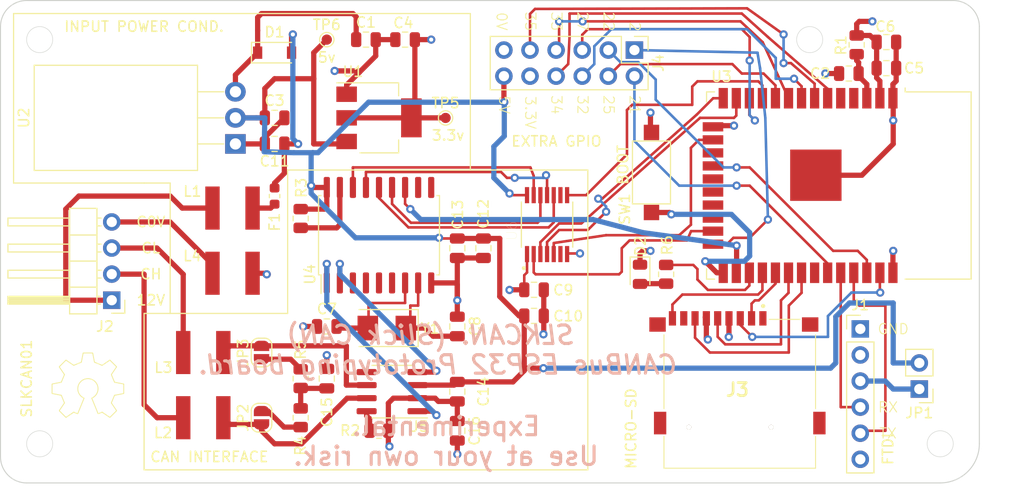
<source format=kicad_pcb>
(kicad_pcb (version 20171130) (host pcbnew "(5.1.9)-1")
  (layers (0 F.Cu signal) (1 In1.Cu signal hide) (2 In2.Cu signal hide) (31 B.Cu signal) (34 B.Paste user) (35 F.Paste user) (36 B.SilkS user) (37 F.SilkS user) (38 B.Mask user) (39 F.Mask user) (44 Edge.Cuts user))
  (net 0 "")
  (net 1 GND)
  (net 2 "Net-(C1-Pad1)")
  (net 3 "Net-(C2-Pad1)")
  (net 4 +3V3)
  (net 5 +5V)
  (net 6 "Net-(C7-Pad1)")
  (net 7 "Net-(C8-Pad1)")
  (net 8 "Net-(J1-Pad6)")
  (net 9 UART0_TXD)
  (net 10 UART0_RXD)
  (net 11 "Net-(J1-Pad3)")
  (net 12 "Net-(J1-Pad2)")
  (net 13 CAN_L)
  (net 14 CAN_H)
  (net 15 "Net-(R2-Pad1)")
  (net 16 "Net-(R3-Pad2)")
  (net 17 "Net-(SW1-Pad1)")
  (net 18 CAN_SO)
  (net 19 CAN_SI)
  (net 20 CAN_SCK)
  (net 21 CAN_*CS)
  (net 22 "Net-(U3-Pad32)")
  (net 23 CAN_*INT)
  (net 24 "Net-(U3-Pad18)")
  (net 25 "Net-(U3-Pad17)")
  (net 26 "Net-(U3-Pad5)")
  (net 27 "Net-(U3-Pad4)")
  (net 28 "Net-(U4-Pad11)")
  (net 29 "Net-(U4-Pad10)")
  (net 30 "Net-(U4-Pad6)")
  (net 31 "Net-(U4-Pad5)")
  (net 32 "Net-(U4-Pad4)")
  (net 33 "Net-(U4-Pad3)")
  (net 34 "Net-(U4-Pad2)")
  (net 35 "Net-(U4-Pad1)")
  (net 36 "Net-(U5-Pad5)")
  (net 37 "Net-(C11-Pad1)")
  (net 38 "Net-(C15-Pad1)")
  (net 39 "Net-(D2-Pad2)")
  (net 40 "Net-(F1-Pad2)")
  (net 41 "Net-(J3-PadMP4)")
  (net 42 "Net-(J3-PadMP3)")
  (net 43 "Net-(J3-PadMP2)")
  (net 44 "Net-(J3-PadMP1)")
  (net 45 SD_DETECT)
  (net 46 "Net-(J3-Pad8)")
  (net 47 GPIO19_VMISO)
  (net 48 GPIO18_VCLK)
  (net 49 GPIO23_VMOSI)
  (net 50 GPIO_VCS)
  (net 51 "Net-(J3-Pad1)")
  (net 52 AUX8)
  (net 53 AUX7)
  (net 54 AUX6)
  (net 55 AUX5)
  (net 56 AUX4)
  (net 57 AUX3)
  (net 58 AUX2)
  (net 59 AUX1)
  (net 60 AUX0)
  (net 61 "Net-(JP2-Pad2)")
  (net 62 "Net-(JP3-Pad1)")
  (net 63 "Net-(R6-Pad2)")
  (net 64 GPIO15_CS)
  (net 65 "Net-(U3-Pad22)")
  (net 66 "Net-(U3-Pad21)")
  (net 67 "Net-(U3-Pad20)")
  (net 68 "Net-(U3-Pad19)")
  (net 69 GPIO13_MOSI)
  (net 70 GPIO12_MISO)
  (net 71 GPIO14_CLK)
  (net 72 GPIO26_EN)
  (net 73 "Net-(J2-Pad4)")
  (net 74 "Net-(J2-Pad3)")
  (net 75 "Net-(J2-Pad2)")
  (net 76 "Net-(J2-Pad1)")
  (module LSF0204PWR:SOP65P640X120-14N (layer F.Cu) (at 152.244303 90.409275 90)
    (fp_text reference U6 (at -0.595 -3.435 90) (layer F.SilkS) (effects (font (thickness 0.015))))
    (fp_text value LSF0204PWR)
    (pad 14 smd rect (at 2.87 -1.95 90) (size 1.57 0.41) (layers F.Cu F.Paste F.Mask) (net 5 +5V))
    (pad 13 smd rect (at 2.87 -1.3 90) (size 1.57 0.41) (layers F.Cu F.Paste F.Mask) (net 21 CAN_*CS))
    (pad 12 smd rect (at 2.87 -0.65 90) (size 1.57 0.41) (layers F.Cu F.Paste F.Mask) (net 20 CAN_SCK))
    (pad 11 smd rect (at 2.87 0 90) (size 1.57 0.41) (layers F.Cu F.Paste F.Mask) (net 18 CAN_SO))
    (pad 10 smd rect (at 2.87 0.65 90) (size 1.57 0.41) (layers F.Cu F.Paste F.Mask) (net 19 CAN_SI))
    (pad 9 smd rect (at 2.87 1.3 90) (size 1.57 0.41) (layers F.Cu F.Paste F.Mask))
    (pad 8 smd rect (at 2.87 1.95 90) (size 1.57 0.41) (layers F.Cu F.Paste F.Mask) (net 72 GPIO26_EN))
    (pad 7 smd rect (at -2.87 1.95 90) (size 1.57 0.41) (layers F.Cu F.Paste F.Mask) (net 1 GND))
    (pad 6 smd rect (at -2.87 1.3 90) (size 1.57 0.41) (layers F.Cu F.Paste F.Mask))
    (pad 5 smd rect (at -2.87 0.65 90) (size 1.57 0.41) (layers F.Cu F.Paste F.Mask) (net 69 GPIO13_MOSI))
    (pad 4 smd rect (at -2.87 0 90) (size 1.57 0.41) (layers F.Cu F.Paste F.Mask) (net 70 GPIO12_MISO))
    (pad 3 smd rect (at -2.87 -0.65 90) (size 1.57 0.41) (layers F.Cu F.Paste F.Mask) (net 71 GPIO14_CLK))
    (pad 2 smd rect (at -2.87 -1.3 90) (size 1.57 0.41) (layers F.Cu F.Paste F.Mask) (net 64 GPIO15_CS))
    (pad 1 smd rect (at -2.87 -1.95 90) (size 1.57 0.41) (layers F.Cu F.Paste F.Mask) (net 4 +3V3))
  )
  (module Package_TO_SOT_THT:TO-220-3_Horizontal_TabDown (layer F.Cu) (at 121.92 82.55 90)
    (fp_text reference U2 (at 2.54 -20.58 90) (layer F.SilkS))
    (fp_text value LD1085V50)
    (pad 3 thru_hole oval (at 5.08 0 90) (size 1.905 2) (drill 1.1) (layers *.Cu *.Mask) (net 2 "Net-(C1-Pad1)"))
    (pad 2 thru_hole oval (at 2.54 0 90) (size 1.905 2) (drill 1.1) (layers *.Cu *.Mask) (net 5 +5V))
    (pad 1 thru_hole rect (at 0 0 90) (size 1.905 2) (drill 1.1) (layers *.Cu *.Mask) (net 1 GND))
    (pad "" np_thru_hole oval (at 2.54 -16.66 90) (size 3.5 3.5) (drill 3.5) (layers *.Cu *.Mask))
  )
  (module SWPA5020S105MT:SUNLORD_SWPA5020S_CZM (layer F.Cu) (at 120.956989 91.337279)
    (fp_text reference L4 (at -3.239046 2.127943) (layer F.SilkS))
    (fp_text value 15uH)
    (pad 1 smd rect (at -1.27 3.81) (size 1.4 4.2) (layers F.Cu F.Paste F.Mask) (net 73 "Net-(J2-Pad4)"))
    (pad 2 smd rect (at 2.63 3.81) (size 1.4 4.2) (layers F.Cu F.Paste F.Mask) (net 1 GND))
  )
  (module SWPA5020S105MT:SUNLORD_SWPA5020S_CZM (layer F.Cu) (at 118.11 99.06)
    (fp_text reference L3 (at -3.200492 5.276062) (layer F.SilkS))
    (fp_text value 15uH)
    (pad 1 smd rect (at -1.27 3.81) (size 1.4 4.2) (layers F.Cu F.Paste F.Mask) (net 74 "Net-(J2-Pad3)"))
    (pad 2 smd rect (at 2.63 3.81) (size 1.4 4.2) (layers F.Cu F.Paste F.Mask) (net 13 CAN_L))
  )
  (module SWPA5020S105MT:SUNLORD_SWPA5020S_CZM (layer F.Cu) (at 118.11 105.41)
    (fp_text reference L2 (at -3.230906 5.282646) (layer F.SilkS))
    (fp_text value 15uH)
    (pad 1 smd rect (at -1.27 3.81) (size 1.4 4.2) (layers F.Cu F.Paste F.Mask) (net 75 "Net-(J2-Pad2)"))
    (pad 2 smd rect (at 2.63 3.81) (size 1.4 4.2) (layers F.Cu F.Paste F.Mask) (net 14 CAN_H))
  )
  (module SWPA5020S105MT:SUNLORD_SWPA5020S_CZM (layer F.Cu) (at 120.956989 84.987279)
    (fp_text reference L1 (at -3.230906 2.19105) (layer F.SilkS))
    (fp_text value 15uH)
    (pad 1 smd rect (at -1.27 3.81) (size 1.4 4.2) (layers F.Cu F.Paste F.Mask) (net 76 "Net-(J2-Pad1)"))
    (pad 2 smd rect (at 2.63 3.81) (size 1.4 4.2) (layers F.Cu F.Paste F.Mask) (net 40 "Net-(F1-Pad2)"))
  )
  (module Crystal:Crystal_SMD_5032-2Pin_5.0x3.2mm (layer F.Cu) (at 136.652821 100.487227 180)
    (fp_text reference Y1 (at -4.210743 -0.032603) (layer F.SilkS))
    (fp_text value 8Mhz)
    (pad 2 smd rect (at 1.85 0 180) (size 2 2.4) (layers F.Cu F.Paste F.Mask) (net 6 "Net-(C7-Pad1)"))
    (pad 1 smd rect (at -1.85 0 180) (size 2 2.4) (layers F.Cu F.Paste F.Mask) (net 7 "Net-(C8-Pad1)"))
  )
  (module Package_SO:SOIC-8_3.9x4.9mm_P1.27mm (layer F.Cu) (at 137.16 106.68 180)
    (fp_text reference U5 (at -2.54 -3.4) (layer F.SilkS))
    (fp_text value MCP2551-I-SN)
    (pad 8 smd roundrect (at 2.475 -1.905 180) (size 1.95 0.6) (layers F.Cu F.Paste F.Mask) (net 15 "Net-(R2-Pad1)"))
    (pad 7 smd roundrect (at 2.475 -0.635 180) (size 1.95 0.6) (layers F.Cu F.Paste F.Mask) (net 14 CAN_H))
    (pad 6 smd roundrect (at 2.475 0.635 180) (size 1.95 0.6) (layers F.Cu F.Paste F.Mask) (net 13 CAN_L))
    (pad 5 smd roundrect (at 2.475 1.905 180) (size 1.95 0.6) (layers F.Cu F.Paste F.Mask) (net 36 "Net-(U5-Pad5)"))
    (pad 4 smd roundrect (at -2.475 1.905 180) (size 1.95 0.6) (layers F.Cu F.Paste F.Mask) (net 34 "Net-(U4-Pad2)"))
    (pad 3 smd roundrect (at -2.475 0.635 180) (size 1.95 0.6) (layers F.Cu F.Paste F.Mask) (net 5 +5V))
    (pad 2 smd roundrect (at -2.475 -0.635 180) (size 1.95 0.6) (layers F.Cu F.Paste F.Mask) (net 1 GND))
    (pad 1 smd roundrect (at -2.475 -1.905 180) (size 1.95 0.6) (layers F.Cu F.Paste F.Mask) (net 35 "Net-(U4-Pad1)"))
  )
  (module Package_SO:SOIC-18W_7.5x11.6mm_P1.27mm (layer F.Cu) (at 135.89 91.44 90)
    (fp_text reference U4 (at -3.81 -6.72 90) (layer F.SilkS))
    (fp_text value MCP2515-xSO)
    (pad 18 smd roundrect (at 4.65 -5.08 90) (size 2.05 0.6) (layers F.Cu F.Paste F.Mask) (net 5 +5V))
    (pad 17 smd roundrect (at 4.65 -3.81 90) (size 2.05 0.6) (layers F.Cu F.Paste F.Mask) (net 16 "Net-(R3-Pad2)"))
    (pad 16 smd roundrect (at 4.65 -2.54 90) (size 2.05 0.6) (layers F.Cu F.Paste F.Mask) (net 21 CAN_*CS))
    (pad 15 smd roundrect (at 4.65 -1.27 90) (size 2.05 0.6) (layers F.Cu F.Paste F.Mask) (net 18 CAN_SO))
    (pad 14 smd roundrect (at 4.65 0 90) (size 2.05 0.6) (layers F.Cu F.Paste F.Mask) (net 19 CAN_SI))
    (pad 13 smd roundrect (at 4.65 1.27 90) (size 2.05 0.6) (layers F.Cu F.Paste F.Mask) (net 20 CAN_SCK))
    (pad 12 smd roundrect (at 4.65 2.54 90) (size 2.05 0.6) (layers F.Cu F.Paste F.Mask) (net 23 CAN_*INT))
    (pad 11 smd roundrect (at 4.65 3.81 90) (size 2.05 0.6) (layers F.Cu F.Paste F.Mask) (net 28 "Net-(U4-Pad11)"))
    (pad 10 smd roundrect (at 4.65 5.08 90) (size 2.05 0.6) (layers F.Cu F.Paste F.Mask) (net 29 "Net-(U4-Pad10)"))
    (pad 9 smd roundrect (at -4.65 5.08 90) (size 2.05 0.6) (layers F.Cu F.Paste F.Mask) (net 1 GND))
    (pad 8 smd roundrect (at -4.65 3.81 90) (size 2.05 0.6) (layers F.Cu F.Paste F.Mask) (net 7 "Net-(C8-Pad1)"))
    (pad 7 smd roundrect (at -4.65 2.54 90) (size 2.05 0.6) (layers F.Cu F.Paste F.Mask) (net 6 "Net-(C7-Pad1)"))
    (pad 6 smd roundrect (at -4.65 1.27 90) (size 2.05 0.6) (layers F.Cu F.Paste F.Mask) (net 30 "Net-(U4-Pad6)"))
    (pad 5 smd roundrect (at -4.65 0 90) (size 2.05 0.6) (layers F.Cu F.Paste F.Mask) (net 31 "Net-(U4-Pad5)"))
    (pad 4 smd roundrect (at -4.65 -1.27 90) (size 2.05 0.6) (layers F.Cu F.Paste F.Mask) (net 32 "Net-(U4-Pad4)"))
    (pad 3 smd roundrect (at -4.65 -2.54 90) (size 2.05 0.6) (layers F.Cu F.Paste F.Mask) (net 33 "Net-(U4-Pad3)"))
    (pad 2 smd roundrect (at -4.65 -3.81 90) (size 2.05 0.6) (layers F.Cu F.Paste F.Mask) (net 34 "Net-(U4-Pad2)"))
    (pad 1 smd roundrect (at -4.65 -5.08 90) (size 2.05 0.6) (layers F.Cu F.Paste F.Mask) (net 35 "Net-(U4-Pad1)"))
  )
  (module RF_Module:ESP32-WROOM-32 (layer F.Cu) (at 177.644303 86.599275 270)
    (fp_text reference U3 (at -10.61 8.43) (layer F.SilkS))
    (fp_text value ESP32-WROOM-32)
    (pad 38 smd rect (at 8.5 -8.255 270) (size 2 0.9) (layers F.Cu F.Paste F.Mask) (net 1 GND))
    (pad 37 smd rect (at 8.5 -6.985 270) (size 2 0.9) (layers F.Cu F.Paste F.Mask) (net 49 GPIO23_VMOSI))
    (pad 36 smd rect (at 8.5 -5.715 270) (size 2 0.9) (layers F.Cu F.Paste F.Mask) (net 58 AUX2))
    (pad 35 smd rect (at 8.5 -4.445 270) (size 2 0.9) (layers F.Cu F.Paste F.Mask) (net 9 UART0_TXD))
    (pad 34 smd rect (at 8.5 -3.175 270) (size 2 0.9) (layers F.Cu F.Paste F.Mask) (net 10 UART0_RXD))
    (pad 33 smd rect (at 8.5 -1.905 270) (size 2 0.9) (layers F.Cu F.Paste F.Mask) (net 59 AUX1))
    (pad 32 smd rect (at 8.5 -0.635 270) (size 2 0.9) (layers F.Cu F.Paste F.Mask) (net 22 "Net-(U3-Pad32)"))
    (pad 31 smd rect (at 8.5 0.635 270) (size 2 0.9) (layers F.Cu F.Paste F.Mask) (net 47 GPIO19_VMISO))
    (pad 30 smd rect (at 8.5 1.905 270) (size 2 0.9) (layers F.Cu F.Paste F.Mask) (net 48 GPIO18_VCLK))
    (pad 29 smd rect (at 8.5 3.175 270) (size 2 0.9) (layers F.Cu F.Paste F.Mask) (net 50 GPIO_VCS))
    (pad 28 smd rect (at 8.5 4.445 270) (size 2 0.9) (layers F.Cu F.Paste F.Mask) (net 45 SD_DETECT))
    (pad 27 smd rect (at 8.5 5.715 270) (size 2 0.9) (layers F.Cu F.Paste F.Mask) (net 63 "Net-(R6-Pad2)"))
    (pad 26 smd rect (at 8.5 6.985 270) (size 2 0.9) (layers F.Cu F.Paste F.Mask) (net 23 CAN_*INT))
    (pad 25 smd rect (at 8.5 8.255 270) (size 2 0.9) (layers F.Cu F.Paste F.Mask) (net 17 "Net-(SW1-Pad1)"))
    (pad 24 smd rect (at 5.715 9.255) (size 2 0.9) (layers F.Cu F.Paste F.Mask) (net 60 AUX0))
    (pad 23 smd rect (at 4.445 9.255) (size 2 0.9) (layers F.Cu F.Paste F.Mask) (net 64 GPIO15_CS))
    (pad 22 smd rect (at 3.175 9.255) (size 2 0.9) (layers F.Cu F.Paste F.Mask) (net 65 "Net-(U3-Pad22)"))
    (pad 21 smd rect (at 1.905 9.255) (size 2 0.9) (layers F.Cu F.Paste F.Mask) (net 66 "Net-(U3-Pad21)"))
    (pad 20 smd rect (at 0.635 9.255) (size 2 0.9) (layers F.Cu F.Paste F.Mask) (net 67 "Net-(U3-Pad20)"))
    (pad 19 smd rect (at -0.635 9.255) (size 2 0.9) (layers F.Cu F.Paste F.Mask) (net 68 "Net-(U3-Pad19)"))
    (pad 18 smd rect (at -1.905 9.255) (size 2 0.9) (layers F.Cu F.Paste F.Mask) (net 24 "Net-(U3-Pad18)"))
    (pad 17 smd rect (at -3.175 9.255) (size 2 0.9) (layers F.Cu F.Paste F.Mask) (net 25 "Net-(U3-Pad17)"))
    (pad 16 smd rect (at -4.445 9.255) (size 2 0.9) (layers F.Cu F.Paste F.Mask) (net 69 GPIO13_MOSI))
    (pad 15 smd rect (at -5.715 9.255) (size 2 0.9) (layers F.Cu F.Paste F.Mask) (net 1 GND))
    (pad 14 smd rect (at -8.5 8.255 270) (size 2 0.9) (layers F.Cu F.Paste F.Mask) (net 70 GPIO12_MISO))
    (pad 13 smd rect (at -8.5 6.985 270) (size 2 0.9) (layers F.Cu F.Paste F.Mask) (net 71 GPIO14_CLK))
    (pad 12 smd rect (at -8.5 5.715 270) (size 2 0.9) (layers F.Cu F.Paste F.Mask) (net 56 AUX4))
    (pad 11 smd rect (at -8.5 4.445 270) (size 2 0.9) (layers F.Cu F.Paste F.Mask) (net 72 GPIO26_EN))
    (pad 10 smd rect (at -8.5 3.175 270) (size 2 0.9) (layers F.Cu F.Paste F.Mask) (net 57 AUX3))
    (pad 9 smd rect (at -8.5 1.905 270) (size 2 0.9) (layers F.Cu F.Paste F.Mask) (net 54 AUX6))
    (pad 8 smd rect (at -8.5 0.635 270) (size 2 0.9) (layers F.Cu F.Paste F.Mask) (net 55 AUX5))
    (pad 7 smd rect (at -8.5 -0.635 270) (size 2 0.9) (layers F.Cu F.Paste F.Mask) (net 52 AUX8))
    (pad 6 smd rect (at -8.5 -1.905 270) (size 2 0.9) (layers F.Cu F.Paste F.Mask) (net 53 AUX7))
    (pad 5 smd rect (at -8.5 -3.175 270) (size 2 0.9) (layers F.Cu F.Paste F.Mask) (net 26 "Net-(U3-Pad5)"))
    (pad 4 smd rect (at -8.5 -4.445 270) (size 2 0.9) (layers F.Cu F.Paste F.Mask) (net 27 "Net-(U3-Pad4)"))
    (pad 3 smd rect (at -8.5 -5.715 270) (size 2 0.9) (layers F.Cu F.Paste F.Mask) (net 3 "Net-(C2-Pad1)"))
    (pad 2 smd rect (at -8.5 -6.985 270) (size 2 0.9) (layers F.Cu F.Paste F.Mask) (net 4 +3V3))
    (pad 1 smd rect (at -8.5 -8.255 270) (size 2 0.9) (layers F.Cu F.Paste F.Mask) (net 1 GND))
    (pad 39 smd rect (at -1 -0.755 270) (size 5 5) (layers F.Cu F.Paste F.Mask) (net 1 GND))
  )
  (module Package_TO_SOT_SMD:SOT-223-3_TabPin2 (layer F.Cu) (at 135.89 80.01)
    (fp_text reference U1 (at -2.54 -4.5) (layer F.SilkS))
    (fp_text value AMS1117-3.3)
    (pad 1 smd rect (at -3.15 -2.3) (size 2 1.5) (layers F.Cu F.Paste F.Mask) (net 1 GND))
    (pad 3 smd rect (at -3.15 2.3) (size 2 1.5) (layers F.Cu F.Paste F.Mask) (net 5 +5V))
    (pad 2 smd rect (at -3.15 0) (size 2 1.5) (layers F.Cu F.Paste F.Mask) (net 4 +3V3))
    (pad 2 smd rect (at 3.15 0) (size 2 3.8) (layers F.Cu F.Paste F.Mask) (net 4 +3V3))
  )
  (module TestPoint:TestPoint_Pad_D1.0mm (layer F.Cu) (at 130.81 72.39)
    (fp_text reference TP6 (at 0 -1.448) (layer F.SilkS))
    (fp_text value "5v Supply TP")
    (pad 1 smd circle (at 0 0) (size 1 1) (layers F.Cu F.Mask) (net 5 +5V))
  )
  (module TestPoint:TestPoint_Pad_D1.0mm (layer F.Cu) (at 142.3693 80.017252)
    (fp_text reference TP5 (at 0 -1.448) (layer F.SilkS))
    (fp_text value "3.3v Supply TP")
    (pad 1 smd circle (at 0 0) (size 1 1) (layers F.Cu F.Mask) (net 4 +3V3))
  )
  (module Button_Switch_SMD:SW_SPST_CK_RS282G05A3 (layer F.Cu) (at 162.404303 85.329275 90)
    (fp_text reference SW1 (at -3.570725 -2.6 90) (layer F.SilkS))
    (fp_text value SW_Push)
    (pad 2 smd rect (at 3.9 0 90) (size 1.5 1.5) (layers F.Cu F.Paste F.Mask) (net 1 GND))
    (pad 1 smd rect (at -3.9 0 90) (size 1.5 1.5) (layers F.Cu F.Paste F.Mask) (net 17 "Net-(SW1-Pad1)"))
  )
  (module Resistor_SMD:R_0805_2012Metric (layer F.Cu) (at 163.83 95.25 90)
    (fp_text reference R6 (at 2.836336 0.104819 90) (layer F.SilkS))
    (fp_text value 1k)
    (pad 2 smd roundrect (at 0.9125 0 90) (size 1.025 1.4) (layers F.Cu F.Paste F.Mask) (roundrect_rratio 0.2439014634146341) (net 63 "Net-(R6-Pad2)"))
    (pad 1 smd roundrect (at -0.9125 0 90) (size 1.025 1.4) (layers F.Cu F.Paste F.Mask) (roundrect_rratio 0.2439014634146341) (net 39 "Net-(D2-Pad2)"))
  )
  (module Resistor_SMD:R_0805_2012Metric (layer F.Cu) (at 128.27 105.41 270)
    (fp_text reference R5 (at -2.826631 0.00894 90) (layer F.SilkS))
    (fp_text value 60)
    (pad 2 smd roundrect (at 0.9125 0 270) (size 1.025 1.4) (layers F.Cu F.Paste F.Mask) (roundrect_rratio 0.2439014634146341) (net 38 "Net-(C15-Pad1)"))
    (pad 1 smd roundrect (at -0.9125 0 270) (size 1.025 1.4) (layers F.Cu F.Paste F.Mask) (roundrect_rratio 0.2439014634146341) (net 62 "Net-(JP3-Pad1)"))
  )
  (module Resistor_SMD:R_0805_2012Metric (layer F.Cu) (at 128.27 109.22 270)
    (fp_text reference R4 (at 2.724859 0.026341 90) (layer F.SilkS))
    (fp_text value 60)
    (pad 2 smd roundrect (at 0.9125 0 270) (size 1.025 1.4) (layers F.Cu F.Paste F.Mask) (roundrect_rratio 0.2439014634146341) (net 61 "Net-(JP2-Pad2)"))
    (pad 1 smd roundrect (at -0.9125 0 270) (size 1.025 1.4) (layers F.Cu F.Paste F.Mask) (roundrect_rratio 0.2439014634146341) (net 38 "Net-(C15-Pad1)"))
  )
  (module Resistor_SMD:R_0805_2012Metric (layer F.Cu) (at 128.27 89.8125 270)
    (fp_text reference R3 (at -2.984911 -0.057791 90) (layer F.SilkS))
    (fp_text value 10k)
    (pad 2 smd roundrect (at 0.9125 0 270) (size 1.025 1.4) (layers F.Cu F.Paste F.Mask) (roundrect_rratio 0.2439014634146341) (net 16 "Net-(R3-Pad2)"))
    (pad 1 smd roundrect (at -0.9125 0 270) (size 1.025 1.4) (layers F.Cu F.Paste F.Mask) (roundrect_rratio 0.2439014634146341) (net 5 +5V))
  )
  (module Resistor_SMD:R_0805_2012Metric (layer F.Cu) (at 135.89 110.49)
    (fp_text reference R2 (at -2.808991 -0.023948) (layer F.SilkS))
    (fp_text value 10k)
    (pad 2 smd roundrect (at 0.9125 0) (size 1.025 1.4) (layers F.Cu F.Paste F.Mask) (roundrect_rratio 0.2439014634146341) (net 1 GND))
    (pad 1 smd roundrect (at -0.9125 0) (size 1.025 1.4) (layers F.Cu F.Paste F.Mask) (roundrect_rratio 0.2439014634146341) (net 15 "Net-(R2-Pad1)"))
  )
  (module Resistor_SMD:R_0805_2012Metric (layer F.Cu) (at 182.372 72.898 270)
    (fp_text reference R1 (at 0.047325 1.524 90) (layer F.SilkS))
    (fp_text value 10k)
    (pad 2 smd roundrect (at 0.9125 0 270) (size 1.025 1.4) (layers F.Cu F.Paste F.Mask) (roundrect_rratio 0.2439014634146341) (net 3 "Net-(C2-Pad1)"))
    (pad 1 smd roundrect (at -0.9125 0 270) (size 1.025 1.4) (layers F.Cu F.Paste F.Mask) (roundrect_rratio 0.2439014634146341) (net 4 +3V3))
  )
  (module Jumper:SolderJumper-2_P1.3mm_Open_RoundedPad1.0x1.5mm (layer F.Cu) (at 124.46 102.87 90)
    (fp_text reference JP3 (at 0 -1.8 90) (layer F.SilkS))
    (fp_text value Jumper_NO_Small)
    (pad 2 smd custom (at 0.65 0 90) (size 1 0.5) (layers F.Cu F.Mask) (net 13 CAN_L) (options (clearance outline) (anchor rect)) (primitives (gr_circle (center 0 0.25) (end 0.5 0.25) (width 0)) (gr_circle (center 0 -0.25) (end 0.5 -0.25) (width 0)) (gr_poly (pts (xy 0 -0.75) (xy -0.5 -0.75) (xy -0.5 0.75) (xy 0 0.75)) (width 0))))
    (pad 1 smd custom (at -0.65 0 90) (size 1 0.5) (layers F.Cu F.Mask) (net 62 "Net-(JP3-Pad1)") (options (clearance outline) (anchor rect)) (primitives (gr_circle (center 0 0.25) (end 0.5 0.25) (width 0)) (gr_circle (center 0 -0.25) (end 0.5 -0.25) (width 0)) (gr_poly (pts (xy 0 -0.75) (xy 0.5 -0.75) (xy 0.5 0.75) (xy 0 0.75)) (width 0))))
  )
  (module Jumper:SolderJumper-2_P1.3mm_Open_RoundedPad1.0x1.5mm (layer F.Cu) (at 124.46 109.22 90)
    (fp_text reference JP2 (at 0 -1.8 90) (layer F.SilkS))
    (fp_text value Jumper_NO_Small)
    (pad 2 smd custom (at 0.65 0 90) (size 1 0.5) (layers F.Cu F.Mask) (net 61 "Net-(JP2-Pad2)") (options (clearance outline) (anchor rect)) (primitives (gr_circle (center 0 0.25) (end 0.5 0.25) (width 0)) (gr_circle (center 0 -0.25) (end 0.5 -0.25) (width 0)) (gr_poly (pts (xy 0 -0.75) (xy -0.5 -0.75) (xy -0.5 0.75) (xy 0 0.75)) (width 0))))
    (pad 1 smd custom (at -0.65 0 90) (size 1 0.5) (layers F.Cu F.Mask) (net 14 CAN_H) (options (clearance outline) (anchor rect)) (primitives (gr_circle (center 0 0.25) (end 0.5 0.25) (width 0)) (gr_circle (center 0 -0.25) (end 0.5 -0.25) (width 0)) (gr_poly (pts (xy 0 -0.75) (xy 0.5 -0.75) (xy 0.5 0.75) (xy 0 0.75)) (width 0))))
  )
  (module Connector_PinHeader_2.54mm:PinHeader_1x02_P2.54mm_Vertical (layer F.Cu) (at 188.468 106.426 180)
    (fp_text reference JP1 (at 0 -2.33) (layer F.SilkS))
    (fp_text value "FTDI VDD DISCON")
    (pad 2 thru_hole oval (at 0 2.54 180) (size 1.7 1.7) (drill 1) (layers *.Cu *.Mask) (net 5 +5V))
    (pad 1 thru_hole rect (at 0 0 180) (size 1.7 1.7) (drill 1) (layers *.Cu *.Mask) (net 11 "Net-(J1-Pad3)"))
  )
  (module Connector_PinHeader_2.54mm:PinHeader_2x06_P2.54mm_Vertical (layer F.Cu) (at 160.744993 73.406495 270)
    (fp_text reference J4 (at 1.27 -2.33 90) (layer F.SilkS))
    (fp_text value AUX)
    (pad 12 thru_hole oval (at 2.54 12.7 270) (size 1.7 1.7) (drill 1) (layers *.Cu *.Mask) (net 5 +5V))
    (pad 11 thru_hole oval (at 0 12.7 270) (size 1.7 1.7) (drill 1) (layers *.Cu *.Mask) (net 1 GND))
    (pad 10 thru_hole oval (at 2.54 10.16 270) (size 1.7 1.7) (drill 1) (layers *.Cu *.Mask) (net 4 +3V3))
    (pad 9 thru_hole oval (at 0 10.16 270) (size 1.7 1.7) (drill 1) (layers *.Cu *.Mask) (net 52 AUX8))
    (pad 8 thru_hole oval (at 2.54 7.62 270) (size 1.7 1.7) (drill 1) (layers *.Cu *.Mask) (net 53 AUX7))
    (pad 7 thru_hole oval (at 0 7.62 270) (size 1.7 1.7) (drill 1) (layers *.Cu *.Mask) (net 54 AUX6))
    (pad 6 thru_hole oval (at 2.54 5.08 270) (size 1.7 1.7) (drill 1) (layers *.Cu *.Mask) (net 55 AUX5))
    (pad 5 thru_hole oval (at 0 5.08 270) (size 1.7 1.7) (drill 1) (layers *.Cu *.Mask) (net 56 AUX4))
    (pad 4 thru_hole oval (at 2.54 2.54 270) (size 1.7 1.7) (drill 1) (layers *.Cu *.Mask) (net 57 AUX3))
    (pad 3 thru_hole oval (at 0 2.54 270) (size 1.7 1.7) (drill 1) (layers *.Cu *.Mask) (net 58 AUX2))
    (pad 2 thru_hole oval (at 2.54 0 270) (size 1.7 1.7) (drill 1) (layers *.Cu *.Mask) (net 59 AUX1))
    (pad 1 thru_hole rect (at 0 0 270) (size 1.7 1.7) (drill 1) (layers *.Cu *.Mask) (net 60 AUX0))
  )
  (module TF-15X15:TF15X15 (layer F.Cu) (at 170.769689 106.490283)
    (fp_text reference J3 (at 0 0) (layer F.SilkS) (effects (font (size 1.27 1.27) (thickness 0.254))))
    (fp_text value TF-15X15 hide)
    (pad MP4 smd rect (at 7.975 3.25) (size 1.2 2.2) (layers F.Cu F.Paste F.Mask) (net 41 "Net-(J3-PadMP4)"))
    (pad MP3 smd rect (at -7.525 3.25) (size 1.2 2.2) (layers F.Cu F.Paste F.Mask) (net 42 "Net-(J3-PadMP3)"))
    (pad MP2 smd rect (at 7.075 -6.35 90) (size 1.4 1.6) (layers F.Cu F.Paste F.Mask) (net 43 "Net-(J3-PadMP2)"))
    (pad MP1 smd rect (at -7.775 -6.35 90) (size 1.4 1.6) (layers F.Cu F.Paste F.Mask) (net 44 "Net-(J3-PadMP1)"))
    (pad 15 thru_hole circle (at 3.275 3.65 90) (size 0.45 0.45) (drill 0.9) (layers *.Cu *.Mask F.SilkS))
    (pad 14 thru_hole circle (at -4.725 3.65 90) (size 0.45 0.45) (drill 0.9) (layers *.Cu *.Mask F.SilkS))
    (pad 9 smd rect (at -6.325 -6.95) (size 0.7 1.4) (layers F.Cu F.Paste F.Mask) (net 45 SD_DETECT))
    (pad 8 smd rect (at -5.225 -6.95) (size 0.7 1.4) (layers F.Cu F.Paste F.Mask) (net 46 "Net-(J3-Pad8)"))
    (pad 7 smd rect (at -4.125 -6.95) (size 0.7 1.4) (layers F.Cu F.Paste F.Mask) (net 47 GPIO19_VMISO))
    (pad 6 smd rect (at -3.025 -6.95) (size 0.7 1.4) (layers F.Cu F.Paste F.Mask) (net 1 GND))
    (pad 5 smd rect (at -1.925 -6.95) (size 0.7 1.4) (layers F.Cu F.Paste F.Mask) (net 48 GPIO18_VCLK))
    (pad 4 smd rect (at -0.825 -6.95) (size 0.7 1.4) (layers F.Cu F.Paste F.Mask) (net 4 +3V3))
    (pad 3 smd rect (at 0.275 -6.95) (size 0.7 1.4) (layers F.Cu F.Paste F.Mask) (net 49 GPIO23_VMOSI))
    (pad 2 smd rect (at 1.375 -6.95) (size 0.7 1.4) (layers F.Cu F.Paste F.Mask) (net 50 GPIO_VCS))
    (pad 1 smd rect (at 2.475 -6.95) (size 0.7 1.4) (layers F.Cu F.Paste F.Mask) (net 51 "Net-(J3-Pad1)"))
  )
  (module Connector_PinHeader_2.54mm:PinHeader_1x04_P2.54mm_Horizontal (layer F.Cu) (at 109.883783 97.772253 180)
    (fp_text reference J2 (at 0.663783 -2.557747) (layer F.SilkS))
    (fp_text value "POWER & CAN")
    (pad 4 thru_hole oval (at 0 7.62 180) (size 1.7 1.7) (drill 1) (layers *.Cu *.Mask) (net 73 "Net-(J2-Pad4)"))
    (pad 3 thru_hole oval (at 0 5.08 180) (size 1.7 1.7) (drill 1) (layers *.Cu *.Mask) (net 74 "Net-(J2-Pad3)"))
    (pad 2 thru_hole oval (at 0 2.54 180) (size 1.7 1.7) (drill 1) (layers *.Cu *.Mask) (net 75 "Net-(J2-Pad2)"))
    (pad 1 thru_hole rect (at 0 0 180) (size 1.7 1.7) (drill 1) (layers *.Cu *.Mask) (net 76 "Net-(J2-Pad1)"))
  )
  (module Connector_PinHeader_2.54mm:PinHeader_1x06_P2.54mm_Vertical (layer F.Cu) (at 182.724303 100.569275)
    (fp_text reference J1 (at 0 -2.33) (layer F.SilkS))
    (fp_text value FTDI (at 2.695697 11.698725 -90) (layer F.SilkS))
    (pad 6 thru_hole oval (at 0 12.7) (size 1.7 1.7) (drill 1) (layers *.Cu *.Mask) (net 8 "Net-(J1-Pad6)"))
    (pad 5 thru_hole oval (at 0 10.16) (size 1.7 1.7) (drill 1) (layers *.Cu *.Mask) (net 9 UART0_TXD))
    (pad 4 thru_hole oval (at 0 7.62) (size 1.7 1.7) (drill 1) (layers *.Cu *.Mask) (net 10 UART0_RXD))
    (pad 3 thru_hole oval (at 0 5.08) (size 1.7 1.7) (drill 1) (layers *.Cu *.Mask) (net 11 "Net-(J1-Pad3)"))
    (pad 2 thru_hole oval (at 0 2.54) (size 1.7 1.7) (drill 1) (layers *.Cu *.Mask) (net 12 "Net-(J1-Pad2)"))
    (pad 1 thru_hole rect (at 0 0) (size 1.7 1.7) (drill 1) (layers *.Cu *.Mask) (net 1 GND))
  )
  (module Fuse:Fuse_0603_1608Metric (layer F.Cu) (at 125.73 87.63 270)
    (fp_text reference F1 (at 2.54 0 90) (layer F.SilkS))
    (fp_text value 300mA)
    (pad 2 smd roundrect (at 0.7875 0 270) (size 0.875 0.95) (layers F.Cu F.Paste F.Mask) (net 40 "Net-(F1-Pad2)"))
    (pad 1 smd roundrect (at -0.7875 0 270) (size 0.875 0.95) (layers F.Cu F.Paste F.Mask) (net 37 "Net-(C11-Pad1)"))
  )
  (module LED_SMD:LED_0805_2012Metric (layer F.Cu) (at 161.29 95.25 270)
    (fp_text reference D2 (at -2.754101 -0.036662 90) (layer F.SilkS))
    (fp_text value LED)
    (pad 2 smd roundrect (at 0.9375 0 270) (size 0.975 1.4) (layers F.Cu F.Paste F.Mask) (net 39 "Net-(D2-Pad2)"))
    (pad 1 smd roundrect (at -0.9375 0 270) (size 0.975 1.4) (layers F.Cu F.Paste F.Mask) (net 4 +3V3))
  )
  (module Diode_SMD:D_SOD-123 (layer F.Cu) (at 125.73 73.66)
    (fp_text reference D1 (at 0 -2) (layer F.SilkS))
    (fp_text value 1N5817)
    (pad 2 smd rect (at 1.65 0) (size 0.9 1.2) (layers F.Cu F.Paste F.Mask) (net 37 "Net-(C11-Pad1)"))
    (pad 1 smd rect (at -1.65 0) (size 0.9 1.2) (layers F.Cu F.Paste F.Mask) (net 2 "Net-(C1-Pad1)"))
  )
  (module Capacitor_SMD:C_0805_2012Metric (layer F.Cu) (at 143.51 110.49 270)
    (fp_text reference C16 (at 0 -1.68 90) (layer F.SilkS))
    (fp_text value 0.1uF)
    (pad 2 smd roundrect (at 0.95 0 270) (size 1 1.45) (layers F.Cu F.Paste F.Mask) (net 4 +3V3))
    (pad 1 smd roundrect (at -0.95 0 270) (size 1 1.45) (layers F.Cu F.Paste F.Mask) (net 1 GND))
  )
  (module Capacitor_SMD:C_0805_2012Metric (layer F.Cu) (at 130.81 105.41 90)
    (fp_text reference C15 (at -3.263558 0.008939 90) (layer F.SilkS))
    (fp_text value 150pF)
    (pad 2 smd roundrect (at 0.95 0 90) (size 1 1.45) (layers F.Cu F.Paste F.Mask) (net 1 GND))
    (pad 1 smd roundrect (at -0.95 0 90) (size 1 1.45) (layers F.Cu F.Paste F.Mask) (net 38 "Net-(C15-Pad1)"))
  )
  (module Capacitor_SMD:C_0805_2012Metric (layer F.Cu) (at 143.51 106.68 90)
    (fp_text reference C14 (at 0 2.54 90) (layer F.SilkS))
    (fp_text value 150pF)
    (pad 2 smd roundrect (at 0.95 0 90) (size 1 1.45) (layers F.Cu F.Paste F.Mask) (net 5 +5V))
    (pad 1 smd roundrect (at -0.95 0 90) (size 1 1.45) (layers F.Cu F.Paste F.Mask) (net 1 GND))
  )
  (module Capacitor_SMD:C_0805_2012Metric (layer F.Cu) (at 143.51 92.71 90)
    (fp_text reference C13 (at 3.280241 0.043262 90) (layer F.SilkS))
    (fp_text value 0.1uF)
    (pad 2 smd roundrect (at 0.95 0 90) (size 1 1.45) (layers F.Cu F.Paste F.Mask) (net 5 +5V))
    (pad 1 smd roundrect (at -0.95 0 90) (size 1 1.45) (layers F.Cu F.Paste F.Mask) (net 1 GND))
  )
  (module Capacitor_SMD:C_0805_2012Metric (layer F.Cu) (at 146.05 92.71 90)
    (fp_text reference C12 (at 3.349843 -0.008461 90) (layer F.SilkS))
    (fp_text value 0.1uF)
    (pad 2 smd roundrect (at 0.95 0 90) (size 1 1.45) (layers F.Cu F.Paste F.Mask) (net 5 +5V))
    (pad 1 smd roundrect (at -0.95 0 90) (size 1 1.45) (layers F.Cu F.Paste F.Mask) (net 1 GND))
  )
  (module Capacitor_SMD:C_0805_2012Metric (layer F.Cu) (at 125.73 82.55 180)
    (fp_text reference C11 (at 0 -1.68) (layer F.SilkS))
    (fp_text value 0.1uF)
    (pad 2 smd roundrect (at 0.95 0 180) (size 1 1.45) (layers F.Cu F.Paste F.Mask) (net 1 GND))
    (pad 1 smd roundrect (at -0.95 0 180) (size 1 1.45) (layers F.Cu F.Paste F.Mask) (net 37 "Net-(C11-Pad1)"))
  )
  (module Capacitor_SMD:C_0805_2012Metric (layer F.Cu) (at 150.974303 99.299275 180)
    (fp_text reference C10 (at -3.330913 -0.02028) (layer F.SilkS))
    (fp_text value 0.1uF)
    (pad 2 smd roundrect (at 0.95 0 180) (size 1 1.45) (layers F.Cu F.Paste F.Mask) (net 5 +5V))
    (pad 1 smd roundrect (at -0.95 0 180) (size 1 1.45) (layers F.Cu F.Paste F.Mask) (net 1 GND))
  )
  (module Capacitor_SMD:C_0805_2012Metric (layer F.Cu) (at 150.974303 96.759275 180)
    (fp_text reference C9 (at -2.846675 -0.025757) (layer F.SilkS))
    (fp_text value 0.1uF)
    (pad 2 smd roundrect (at 0.95 0 180) (size 1 1.45) (layers F.Cu F.Paste F.Mask) (net 4 +3V3))
    (pad 1 smd roundrect (at -0.95 0 180) (size 1 1.45) (layers F.Cu F.Paste F.Mask) (net 1 GND))
  )
  (module Capacitor_SMD:C_0805_2012Metric (layer F.Cu) (at 143.51 100.33 90)
    (fp_text reference C8 (at 0.023291 1.727287 90) (layer F.SilkS))
    (fp_text value 22pF)
    (pad 2 smd roundrect (at 0.95 0 90) (size 1 1.45) (layers F.Cu F.Paste F.Mask) (net 1 GND))
    (pad 1 smd roundrect (at -0.95 0 90) (size 1 1.45) (layers F.Cu F.Paste F.Mask) (net 7 "Net-(C8-Pad1)"))
  )
  (module Capacitor_SMD:C_0805_2012Metric (layer F.Cu) (at 130.81 100.33 180)
    (fp_text reference C7 (at -0.010128 1.705677) (layer F.SilkS))
    (fp_text value 22pF)
    (pad 2 smd roundrect (at 0.95 0 180) (size 1 1.45) (layers F.Cu F.Paste F.Mask) (net 1 GND))
    (pad 1 smd roundrect (at -0.95 0 180) (size 1 1.45) (layers F.Cu F.Paste F.Mask) (net 6 "Net-(C7-Pad1)"))
  )
  (module Capacitor_SMD:C_0805_2012Metric (layer F.Cu) (at 185.264303 72.629275 180)
    (fp_text reference C6 (at 0.098303 1.509275) (layer F.SilkS))
    (fp_text value 0.1uF)
    (pad 2 smd roundrect (at 0.95 0 180) (size 1 1.45) (layers F.Cu F.Paste F.Mask) (net 4 +3V3))
    (pad 1 smd roundrect (at -0.95 0 180) (size 1 1.45) (layers F.Cu F.Paste F.Mask) (net 1 GND))
  )
  (module Capacitor_SMD:C_0805_2012Metric (layer F.Cu) (at 185.264303 75.169275 180)
    (fp_text reference C5 (at -2.695697 0) (layer F.SilkS))
    (fp_text value 10uF)
    (pad 2 smd roundrect (at 0.95 0 180) (size 1 1.45) (layers F.Cu F.Paste F.Mask) (net 4 +3V3))
    (pad 1 smd roundrect (at -0.95 0 180) (size 1 1.45) (layers F.Cu F.Paste F.Mask) (net 1 GND))
  )
  (module Capacitor_SMD:C_0805_2012Metric (layer F.Cu) (at 138.43 72.39 180)
    (fp_text reference C4 (at 0.169999 1.625452) (layer F.SilkS))
    (fp_text value 10uF)
    (pad 2 smd roundrect (at 0.95 0 180) (size 1 1.45) (layers F.Cu F.Paste F.Mask) (net 1 GND))
    (pad 1 smd roundrect (at -0.95 0 180) (size 1 1.45) (layers F.Cu F.Paste F.Mask) (net 4 +3V3))
  )
  (module Capacitor_SMD:C_0805_2012Metric (layer F.Cu) (at 125.73 80.01)
    (fp_text reference C3 (at 0 -1.68) (layer F.SilkS))
    (fp_text value 10uF)
    (pad 2 smd roundrect (at 0.95 0) (size 1 1.45) (layers F.Cu F.Paste F.Mask) (net 1 GND))
    (pad 1 smd roundrect (at -0.95 0) (size 1 1.45) (layers F.Cu F.Paste F.Mask) (net 5 +5V))
  )
  (module Capacitor_SMD:C_0805_2012Metric (layer F.Cu) (at 181.61 75.692 180)
    (fp_text reference C2 (at 2.794 0) (layer F.SilkS))
    (fp_text value 1uF)
    (pad 2 smd roundrect (at 0.95 0 180) (size 1 1.45) (layers F.Cu F.Paste F.Mask) (net 1 GND))
    (pad 1 smd roundrect (at -0.95 0 180) (size 1 1.45) (layers F.Cu F.Paste F.Mask) (net 3 "Net-(C2-Pad1)"))
  )
  (module Capacitor_SMD:C_0805_2012Metric (layer F.Cu) (at 134.62 72.39)
    (fp_text reference C1 (at 0 -1.68) (layer F.SilkS))
    (fp_text value 10uF)
    (pad 2 smd roundrect (at 0.95 0) (size 1 1.45) (layers F.Cu F.Paste F.Mask) (net 1 GND))
    (pad 1 smd roundrect (at -0.95 0) (size 1 1.45) (layers F.Cu F.Paste F.Mask) (net 2 "Net-(C1-Pad1)"))
  )
  (gr_text "SLKCAN. (Slick CAN)\nCANBus ESP32 Prototyping board. " (at 140.97 102.616) (layer B.SilkS) (effects (font (size 1.8 1.8) (thickness 0.3) italic) (justify mirror)))
  (gr_text "Experimental. \nUse at your own risk. " (at 141.732 111.506) (layer B.SilkS) (effects (font (size 1.8 1.8) (thickness 0.3)) (justify mirror)))
  (gr_line (start 107.138436 102.912329) (end 107.990561 102.912329) (layer F.SilkS) (width 0.09))
  (gr_line (start 108.034746 102.948804) (end 108.196042 103.784854) (layer F.SilkS) (width 0.09))
  (gr_arc (start 108.240227 103.776329) (end 108.196042 103.784854) (angle -56.58031138) (layer F.SilkS) (width 0.09))
  (gr_arc (start 107.138436 102.957329) (end 107.138436 102.912329) (angle -79.08031138) (layer F.SilkS) (width 0.09))
  (gr_arc (start 107.990561 102.957329) (end 108.034746 102.948804) (angle -79.08031138) (layer F.SilkS) (width 0.09))
  (gr_line (start 106.526367 108.820942) (end 106.205698 108.688117) (layer F.SilkS) (width 0.09))
  (gr_arc (start 106.543588 108.779367) (end 106.526367 108.820942) (angle -90.2895947) (layer F.SilkS) (width 0.09))
  (gr_line (start 107.175617 107.350476) (end 106.585249 108.796378) (layer F.SilkS) (width 0.09))
  (gr_arc (start 105.232853 105.022025) (end 105.274427 105.039245) (angle -56.58031138) (layer F.SilkS) (width 0.09))
  (gr_line (start 104.951307 107.029589) (end 104.115257 106.868293) (layer F.SilkS) (width 0.09))
  (gr_line (start 104.078782 106.824108) (end 104.078782 105.971983) (layer F.SilkS) (width 0.09))
  (gr_arc (start 104.123782 106.824108) (end 104.078782 106.824108) (angle -79.08031138) (layer F.SilkS) (width 0.09))
  (gr_line (start 105.274427 107.756846) (end 104.984357 107.056554) (layer F.SilkS) (width 0.09))
  (gr_arc (start 106.188477 108.729691) (end 106.205698 108.688117) (angle -56.58031138) (layer F.SilkS) (width 0.09))
  (gr_arc (start 105.432816 109.132271) (end 105.400996 109.164091) (angle -79.08031138) (layer F.SilkS) (width 0.09))
  (gr_line (start 104.793001 108.504512) (end 105.270124 107.799282) (layer F.SilkS) (width 0.09))
  (gr_line (start 104.984357 105.739537) (end 105.274427 105.039245) (layer F.SilkS) (width 0.09))
  (gr_arc (start 105.232853 107.774066) (end 105.270124 107.799282) (angle -56.58031138) (layer F.SilkS) (width 0.09))
  (gr_arc (start 107.564498 106.398046) (end 107.976226 107.292588) (angle -310.5699359) (layer F.SilkS) (width 0.09))
  (gr_line (start 106.163261 108.69242) (end 105.458032 109.169543) (layer F.SilkS) (width 0.09))
  (gr_line (start 104.798453 104.234543) (end 105.400996 103.632) (layer F.SilkS) (width 0.09))
  (gr_arc (start 104.942782 105.722317) (end 104.951307 105.766502) (angle -56.58031138) (layer F.SilkS) (width 0.09))
  (gr_line (start 105.400996 109.164091) (end 104.798453 108.561548) (layer F.SilkS) (width 0.09))
  (gr_line (start 106.205698 104.107975) (end 106.90599 103.817904) (layer F.SilkS) (width 0.09))
  (gr_arc (start 107.133955 107.333466) (end 107.175617 107.350476) (angle -87.49537326) (layer F.SilkS) (width 0.09))
  (gr_arc (start 104.123782 105.971983) (end 104.115257 105.927798) (angle -79.08031138) (layer F.SilkS) (width 0.09))
  (gr_line (start 106.932955 103.784854) (end 107.09425 102.948804) (layer F.SilkS) (width 0.09))
  (gr_arc (start 106.888769 103.776329) (end 106.90599 103.817904) (angle -56.58031138) (layer F.SilkS) (width 0.09))
  (gr_arc (start 106.188477 104.0664) (end 106.163261 104.103671) (angle -56.58031138) (layer F.SilkS) (width 0.09))
  (gr_line (start 105.458032 103.626548) (end 106.163261 104.103671) (layer F.SilkS) (width 0.09))
  (gr_arc (start 105.432816 103.66382) (end 105.458032 103.626548) (angle -79.08031138) (layer F.SilkS) (width 0.09))
  (gr_line (start 105.270124 104.996809) (end 104.793001 104.291579) (layer F.SilkS) (width 0.09))
  (gr_arc (start 104.830272 104.266363) (end 104.798453 104.234543) (angle -79.08031138) (layer F.SilkS) (width 0.09))
  (gr_line (start 104.115257 105.927798) (end 104.951307 105.766502) (layer F.SilkS) (width 0.09))
  (gr_arc (start 104.830272 108.529728) (end 104.793001 108.504512) (angle -79.08031138) (layer F.SilkS) (width 0.09))
  (gr_arc (start 104.942782 107.073774) (end 104.984357 107.056554) (angle -56.58031138) (layer F.SilkS) (width 0.09))
  (gr_arc (start 109.69618 109.132271) (end 109.670964 109.169543) (angle -79.08031138) (layer F.SilkS) (width 0.09))
  (gr_arc (start 109.896144 107.774066) (end 109.854569 107.756846) (angle -56.58031138) (layer F.SilkS) (width 0.09))
  (gr_line (start 108.223006 103.817904) (end 108.923298 104.107975) (layer F.SilkS) (width 0.09))
  (gr_line (start 108.965735 104.103671) (end 109.670964 103.626548) (layer F.SilkS) (width 0.09))
  (gr_line (start 111.013739 106.868293) (end 110.17769 107.029589) (layer F.SilkS) (width 0.09))
  (gr_arc (start 110.298724 108.529728) (end 110.330544 108.561548) (angle -79.08031138) (layer F.SilkS) (width 0.09))
  (gr_arc (start 111.005215 105.971983) (end 111.050215 105.971983) (angle -79.08031138) (layer F.SilkS) (width 0.09))
  (gr_line (start 110.335995 104.291579) (end 109.858872 104.996809) (layer F.SilkS) (width 0.09))
  (gr_arc (start 107.995041 107.333466) (end 107.976226 107.292588) (angle -87.49537326) (layer F.SilkS) (width 0.09))
  (gr_arc (start 108.585409 108.779367) (end 108.543748 108.796378) (angle -90.2895947) (layer F.SilkS) (width 0.09))
  (gr_line (start 108.923298 108.688117) (end 108.602629 108.820942) (layer F.SilkS) (width 0.09))
  (gr_line (start 109.854569 105.039245) (end 110.14464 105.739537) (layer F.SilkS) (width 0.09))
  (gr_arc (start 110.186214 105.722317) (end 110.14464 105.739537) (angle -56.58031138) (layer F.SilkS) (width 0.09))
  (gr_line (start 109.670964 109.169543) (end 108.965735 108.69242) (layer F.SilkS) (width 0.09))
  (gr_line (start 110.14464 107.056554) (end 109.854569 107.756846) (layer F.SilkS) (width 0.09))
  (gr_arc (start 108.940519 108.729691) (end 108.965735 108.69242) (angle -56.58031138) (layer F.SilkS) (width 0.09))
  (gr_line (start 110.330544 108.561548) (end 109.728 109.164091) (layer F.SilkS) (width 0.09))
  (gr_arc (start 110.186214 107.073774) (end 110.17769 107.029589) (angle -56.58031138) (layer F.SilkS) (width 0.09))
  (gr_arc (start 110.298724 104.266363) (end 110.335995 104.291579) (angle -79.08031138) (layer F.SilkS) (width 0.09))
  (gr_arc (start 109.69618 103.66382) (end 109.728 103.632) (angle -79.08031138) (layer F.SilkS) (width 0.09))
  (gr_arc (start 108.940519 104.0664) (end 108.923298 104.107975) (angle -56.58031138) (layer F.SilkS) (width 0.09))
  (gr_line (start 109.858872 107.799282) (end 110.335995 108.504512) (layer F.SilkS) (width 0.09))
  (gr_line (start 111.050215 105.971983) (end 111.050215 106.824108) (layer F.SilkS) (width 0.09))
  (gr_line (start 110.17769 105.766502) (end 111.013739 105.927798) (layer F.SilkS) (width 0.09))
  (gr_arc (start 111.005215 106.824108) (end 111.013739 106.868293) (angle -79.08031138) (layer F.SilkS) (width 0.09))
  (gr_arc (start 109.896144 105.022025) (end 109.858872 104.996809) (angle -56.58031138) (layer F.SilkS) (width 0.09))
  (gr_line (start 108.543748 108.796378) (end 107.95338 107.350476) (layer F.SilkS) (width 0.09))
  (gr_line (start 109.728 103.632) (end 110.330544 104.234543) (layer F.SilkS) (width 0.09))
  (gr_text TX (at 185.42 110.744) (layer F.SilkS) (effects (font (size 1 1) (thickness 0.1))))
  (gr_text RX (at 185.42 108.204) (layer F.SilkS) (effects (font (size 1 1) (thickness 0.1))))
  (gr_text GND (at 185.928 100.584) (layer F.SilkS) (effects (font (size 1 1) (thickness 0.1))))
  (gr_text 34 (at 153.162 78.74 -90) (layer F.SilkS) (effects (font (size 1 1) (thickness 0.1))))
  (gr_text 33 (at 153.162 70.612 -90) (layer F.SilkS) (effects (font (size 1 1) (thickness 0.1))))
  (gr_text 27 (at 155.702 70.612 -90) (layer F.SilkS) (effects (font (size 1 1) (thickness 0.1))))
  (gr_text 2 (at 160.782 71.12 -90) (layer F.SilkS) (effects (font (size 1 1) (thickness 0.1))))
  (gr_text 22 (at 158.242 70.612 -90) (layer F.SilkS) (effects (font (size 1 1) (thickness 0.1))))
  (gr_text 25 (at 158.242 78.74 -90) (layer F.SilkS) (effects (font (size 1 1) (thickness 0.1))))
  (gr_text 32 (at 155.702 78.74 -90) (layer F.SilkS) (effects (font (size 1 1) (thickness 0.1))))
  (gr_text 21 (at 160.782 78.74 -90) (layer F.SilkS) (effects (font (size 1 1) (thickness 0.1))))
  (gr_text 35 (at 150.622 70.612 -90) (layer F.SilkS) (effects (font (size 1 1) (thickness 0.1))))
  (gr_text 0V (at 147.828 70.612 270) (layer F.SilkS) (effects (font (size 1 1) (thickness 0.1))))
  (gr_text 3.3V (at 150.622 79.502 -90) (layer F.SilkS) (effects (font (size 1 1) (thickness 0.1))))
  (gr_text 5V (at 148.082 78.74 -90) (layer F.SilkS) (effects (font (size 1 1) (thickness 0.1))))
  (gr_text SLKCAN01 (at 101.6 105.41 90) (layer F.SilkS) (effects (font (size 1 1))))
  (gr_text "INPUT POWER COND." (at 113.03 71.12) (layer F.SilkS) (effects (font (size 1 1))))
  (gr_line (start 115.57 88.9) (end 115.57 99.06) (layer F.SilkS) (width 0.12))
  (gr_line (start 115.57 86.36) (end 115.57 88.9) (layer F.SilkS) (width 0.12))
  (gr_line (start 113.03 86.36) (end 115.57 86.36) (layer F.SilkS) (width 0.12))
  (gr_line (start 100.33 86.36) (end 113.03 86.36) (layer F.SilkS) (width 0.12))
  (gr_line (start 144.78 69.85) (end 144.78 85.09) (layer F.SilkS) (width 0.12))
  (gr_line (start 100.33 69.85) (end 144.78 69.85) (layer F.SilkS) (width 0.12))
  (gr_line (start 100.33 86.36) (end 100.33 69.85) (layer F.SilkS) (width 0.12))
  (gr_text MICRO-SD (at 160.416369 110.2749 90) (layer F.SilkS) (effects (font (size 1 1))))
  (gr_text "CAN INTERFACE" (at 119.38 113.03) (layer F.SilkS) (effects (font (size 1 1))))
  (gr_line (start 156.21 114.3) (end 113.03 114.3) (layer F.SilkS) (width 0.12))
  (gr_line (start 156.21 85.09) (end 156.21 114.3) (layer F.SilkS) (width 0.12))
  (gr_line (start 127 85.09) (end 156.21 85.09) (layer F.SilkS) (width 0.12))
  (gr_line (start 127 99.06) (end 127 85.09) (layer F.SilkS) (width 0.12))
  (gr_line (start 113.03 99.06) (end 127 99.06) (layer F.SilkS) (width 0.12))
  (gr_line (start 113.03 114.3) (end 113.03 99.06) (layer F.SilkS) (width 0.12))
  (gr_text BOOT (at 159.624849 84.590634 90) (layer F.SilkS) (effects (font (size 1 1))))
  (gr_text "EXTRA GPIO" (at 153.162 82.296) (layer F.SilkS) (effects (font (size 1 1))))
  (gr_text 3.3v (at 142.610974 81.721055) (layer F.SilkS) (effects (font (size 1 1))))
  (gr_text 5v (at 130.806463 74.123307) (layer F.SilkS) (effects (font (size 1 1))))
  (gr_circle (center 190.5 111.76) (end 191.77 111.76) (layer Edge.Cuts) (width 0.05))
  (gr_circle (center 177.8 72.39) (end 179.07 72.39) (layer Edge.Cuts) (width 0.05))
  (gr_circle (center 102.87 111.76) (end 104.14 111.76) (layer Edge.Cuts) (width 0.05))
  (gr_circle (center 102.87 72.39) (end 104.14 72.39) (layer Edge.Cuts) (width 0.05))
  (gr_line (start 194.31 111.76) (end 194.31 71.12) (layer Edge.Cuts) (width 0.1))
  (gr_line (start 101.6 115.57) (end 190.5 115.57) (layer Edge.Cuts) (width 0.1))
  (gr_line (start 99.06 71.12) (end 99.06 113.03) (layer Edge.Cuts) (width 0.1))
  (gr_line (start 191.77 68.58) (end 101.6 68.58) (layer Edge.Cuts) (width 0.1))
  (gr_arc (start 101.6 71.12) (end 101.6 68.58) (angle -90) (layer Edge.Cuts) (width 0.1))
  (gr_arc (start 101.6 113.03) (end 99.06 113.03) (angle -90) (layer Edge.Cuts) (width 0.1))
  (gr_arc (start 191.77 71.12) (end 194.31 71.12) (angle -90) (layer Edge.Cuts) (width 0.1))
  (gr_arc (start 190.5 111.76) (end 190.5 115.57) (angle -90) (layer Edge.Cuts) (width 0.1))
  (gr_text C0V (at 113.693783 90.152253) (layer F.SilkS) (effects (font (size 1 1))))
  (gr_text CL (at 113.693783 92.692253) (layer F.SilkS) (effects (font (size 1 1))))
  (gr_text CH (at 113.693783 95.232253) (layer F.SilkS) (effects (font (size 1 1))))
  (gr_text 12V (at 113.693783 97.772253) (layer F.SilkS) (effects (font (size 1 1))))
  (via (at 176.276 76.2) (size 0.8) (drill 0.4) (layers F.Cu B.Cu) (net 55))
  (via (at 175.26 74.676) (size 0.8) (drill 0.4) (layers F.Cu B.Cu) (net 52))
  (via (at 175.26 71.882) (size 0.8) (drill 0.4) (layers F.Cu B.Cu) (net 52))
  (via (at 153.416 70.612) (size 0.8) (drill 0.4) (layers F.Cu B.Cu) (net 54))
  (via (at 155.702 70.612) (size 0.8) (drill 0.4) (layers F.Cu B.Cu) (net 54))
  (via (at 172.466 80.264) (size 0.8) (drill 0.4) (layers F.Cu B.Cu) (net 56))
  (via (at 170.688 86.614) (size 0.8) (drill 0.4) (layers F.Cu B.Cu) (net 59))
  (via (at 170.688 84.836) (size 0.8) (drill 0.4) (layers F.Cu B.Cu) (net 58))
  (via (at 173.736 89.916) (size 0.8) (drill 0.4) (layers F.Cu B.Cu) (net 60))
  (segment (start 121.92 82.55) (end 124.46 82.55) (width 0.508) (layer F.Cu) (net 1))
  (segment (start 132.74 76.81) (end 132.74 77.71) (width 0.508) (layer F.Cu) (net 1))
  (segment (start 135.57 72.39) (end 135.57 73.98) (width 0.508) (layer F.Cu) (net 1))
  (segment (start 135.57 72.39) (end 137.48 72.39) (width 0.508) (layer F.Cu) (net 1))
  (segment (start 124.78 81.91) (end 126.68 80.01) (width 0.508) (layer F.Cu) (net 1))
  (segment (start 124.78 82.55) (end 124.78 81.91) (width 0.508) (layer F.Cu) (net 1))
  (via (at 130.81 103.124) (size 0.8) (drill 0.4) (layers F.Cu B.Cu) (net 1))
  (via (at 128.524 100.33) (size 0.8) (drill 0.4) (layers F.Cu B.Cu) (net 1))
  (via (at 143.51 97.79) (size 0.8) (drill 0.4) (layers F.Cu B.Cu) (net 1))
  (via (at 124.968 95.25) (size 0.8) (drill 0.4) (layers F.Cu B.Cu) (net 1))
  (segment (start 130.81 104.46) (end 130.81 103.124) (width 0.508) (layer F.Cu) (net 1))
  (segment (start 129.86 100.33) (end 128.524 100.33) (width 0.508) (layer F.Cu) (net 1))
  (segment (start 143.51 99.38) (end 143.51 97.79) (width 0.508) (layer F.Cu) (net 1))
  (segment (start 124.865279 95.147279) (end 124.968 95.25) (width 0.508) (layer F.Cu) (net 1))
  (segment (start 123.586989 95.147279) (end 124.865279 95.147279) (width 0.508) (layer F.Cu) (net 1))
  (via (at 131.572 75.438) (size 0.8) (drill 0.4) (layers F.Cu B.Cu) (net 1))
  (segment (start 133.858 75.438) (end 133.985 75.565) (width 0.508) (layer F.Cu) (net 1))
  (segment (start 131.572 75.438) (end 133.858 75.438) (width 0.508) (layer F.Cu) (net 1))
  (segment (start 133.985 75.565) (end 132.74 76.81) (width 0.508) (layer F.Cu) (net 1))
  (segment (start 135.57 73.98) (end 133.985 75.565) (width 0.508) (layer F.Cu) (net 1))
  (segment (start 140.97 96.09) (end 143.334 96.09) (width 0.508) (layer F.Cu) (net 1))
  (segment (start 143.334 96.09) (end 143.51 96.266) (width 0.508) (layer F.Cu) (net 1))
  (segment (start 143.51 93.66) (end 143.51 97.536) (width 0.508) (layer F.Cu) (net 1))
  (segment (start 143.51 97.536) (end 143.51 97.79) (width 0.508) (layer F.Cu) (net 1))
  (segment (start 143.51 96.266) (end 143.51 97.536) (width 0.508) (layer F.Cu) (net 1))
  (segment (start 146.05 93.66) (end 143.51 93.66) (width 0.508) (layer F.Cu) (net 1))
  (segment (start 151.924303 96.759275) (end 151.924303 99.299275) (width 0.508) (layer F.Cu) (net 1))
  (segment (start 139.635 107.315) (end 141.351 107.315) (width 0.508) (layer F.Cu) (net 1))
  (segment (start 141.666 107.63) (end 143.51 107.63) (width 0.508) (layer F.Cu) (net 1))
  (segment (start 141.351 107.315) (end 141.666 107.63) (width 0.508) (layer F.Cu) (net 1))
  (segment (start 143.51 107.63) (end 143.51 109.54) (width 0.508) (layer F.Cu) (net 1))
  (segment (start 136.8025 110.49) (end 136.8025 107.7995) (width 0.508) (layer F.Cu) (net 1))
  (segment (start 137.287 107.315) (end 139.635 107.315) (width 0.508) (layer F.Cu) (net 1))
  (segment (start 136.8025 107.7995) (end 137.287 107.315) (width 0.508) (layer F.Cu) (net 1))
  (via (at 136.906 112.014) (size 0.8) (drill 0.4) (layers F.Cu B.Cu) (net 1))
  (segment (start 136.8025 111.9105) (end 136.906 112.014) (width 0.508) (layer F.Cu) (net 1))
  (segment (start 136.8025 110.49) (end 136.8025 111.9105) (width 0.508) (layer F.Cu) (net 1))
  (via (at 151.892 101.092) (size 0.8) (drill 0.4) (layers F.Cu B.Cu) (net 1))
  (via (at 148.59 96.774) (size 0.8) (drill 0.4) (layers F.Cu B.Cu) (net 4))
  (via (at 141.732 91.694) (size 0.8) (drill 0.4) (layers F.Cu B.Cu) (net 5))
  (segment (start 151.924303 101.059697) (end 151.892 101.092) (width 0.508) (layer F.Cu) (net 1))
  (segment (start 151.924303 99.299275) (end 151.924303 101.059697) (width 0.508) (layer F.Cu) (net 1))
  (via (at 170.434 80.772) (size 0.8) (drill 0.4) (layers F.Cu B.Cu) (net 1))
  (via (at 162.306 79.502) (size 0.8) (drill 0.4) (layers F.Cu B.Cu) (net 1))
  (via (at 185.928 80.264) (size 0.8) (drill 0.4) (layers F.Cu B.Cu) (net 1))
  (segment (start 185.928 78.127972) (end 185.899303 78.099275) (width 0.508) (layer F.Cu) (net 1))
  (segment (start 185.928 80.264) (end 185.928 78.127972) (width 0.508) (layer F.Cu) (net 1))
  (segment (start 168.501578 80.772) (end 168.389303 80.884275) (width 0.508) (layer F.Cu) (net 1))
  (segment (start 170.434 80.772) (end 168.501578 80.772) (width 0.508) (layer F.Cu) (net 1))
  (segment (start 162.306 81.330972) (end 162.404303 81.429275) (width 0.508) (layer F.Cu) (net 1))
  (segment (start 162.306 79.502) (end 162.306 81.330972) (width 0.508) (layer F.Cu) (net 1))
  (via (at 185.928 92.964) (size 0.8) (drill 0.4) (layers F.Cu B.Cu) (net 1))
  (segment (start 185.899303 92.992697) (end 185.928 92.964) (width 0.508) (layer F.Cu) (net 1))
  (segment (start 185.899303 95.099275) (end 185.899303 92.992697) (width 0.508) (layer F.Cu) (net 1))
  (segment (start 185.928 80.264) (end 185.928 82.55) (width 0.508) (layer F.Cu) (net 1))
  (segment (start 182.878725 85.599275) (end 178.399303 85.599275) (width 0.508) (layer F.Cu) (net 1))
  (segment (start 185.928 82.55) (end 182.878725 85.599275) (width 0.508) (layer F.Cu) (net 1))
  (via (at 155.448 93.218) (size 0.8) (drill 0.4) (layers F.Cu B.Cu) (net 1))
  (segment (start 154.255578 93.218) (end 154.194303 93.279275) (width 0.25) (layer F.Cu) (net 1))
  (segment (start 155.448 93.218) (end 154.255578 93.218) (width 0.25) (layer F.Cu) (net 1))
  (via (at 167.894 101.6) (size 0.8) (drill 0.4) (layers F.Cu B.Cu) (net 1))
  (segment (start 167.64 99.435594) (end 167.744689 99.540283) (width 0.508) (layer F.Cu) (net 1))
  (segment (start 167.744689 101.450689) (end 167.894 101.6) (width 0.508) (layer F.Cu) (net 1))
  (segment (start 167.744689 99.540283) (end 167.744689 101.450689) (width 0.508) (layer F.Cu) (net 1))
  (segment (start 186.214303 75.169275) (end 186.214303 76.421697) (width 0.508) (layer F.Cu) (net 1))
  (segment (start 185.899303 76.736697) (end 185.899303 78.099275) (width 0.508) (layer F.Cu) (net 1))
  (segment (start 186.214303 76.421697) (end 185.899303 76.736697) (width 0.508) (layer F.Cu) (net 1))
  (segment (start 186.214303 75.169275) (end 186.214303 72.629275) (width 0.508) (layer F.Cu) (net 1))
  (via (at 179.324 75.692) (size 0.8) (drill 0.4) (layers F.Cu B.Cu) (net 1))
  (segment (start 179.324 75.692) (end 180.66 75.692) (width 0.508) (layer F.Cu) (net 1))
  (via (at 157.988 89.154) (size 0.8) (drill 0.4) (layers F.Cu B.Cu) (net 70))
  (via (at 157.226 87.884) (size 0.8) (drill 0.4) (layers F.Cu B.Cu) (net 70))
  (via (at 183.896 70.612) (size 0.8) (drill 0.4) (layers F.Cu B.Cu) (net 4))
  (via (at 151.892 104.394) (size 0.8) (drill 0.4) (layers F.Cu B.Cu) (net 5))
  (via (at 172.212 101.346) (size 0.8) (drill 0.4) (layers F.Cu B.Cu) (net 49))
  (via (at 184.658 97.028) (size 0.8) (drill 0.4) (layers F.Cu B.Cu) (net 49))
  (via (at 167.64 93.98) (size 0.8) (drill 0.4) (layers F.Cu B.Cu) (net 17))
  (via (at 164.338 89.408) (size 0.8) (drill 0.4) (layers F.Cu B.Cu) (net 17))
  (via (at 169.926 101.346) (size 0.8) (drill 0.4) (layers F.Cu B.Cu) (net 4))
  (via (at 162.306 92.964) (size 0.8) (drill 0.4) (layers F.Cu B.Cu) (net 4))
  (via (at 170.688 92.456) (size 0.8) (drill 0.4) (layers F.Cu B.Cu) (net 23))
  (via (at 138.938 88.9) (size 0.8) (drill 0.4) (layers F.Cu B.Cu) (net 23))
  (via (at 149.098 85.852) (size 0.8) (drill 0.4) (layers F.Cu B.Cu) (net 18))
  (via (at 148.59 87.376) (size 0.8) (drill 0.4) (layers F.Cu B.Cu) (net 5))
  (via (at 152.146 85.598) (size 0.8) (drill 0.4) (layers F.Cu B.Cu) (net 18))
  (via (at 130.81 94.234) (size 0.8) (drill 0.4) (layers F.Cu B.Cu) (net 35))
  (via (at 132.08 94.234) (size 0.8) (drill 0.4) (layers F.Cu B.Cu) (net 34))
  (via (at 141.478 104.648) (size 0.8) (drill 0.4) (layers F.Cu B.Cu) (net 34))
  (via (at 141.478 108.966) (size 0.8) (drill 0.4) (layers F.Cu B.Cu) (net 35))
  (via (at 143.51 112.776) (size 0.8) (drill 0.4) (layers F.Cu B.Cu) (net 4))
  (via (at 129.286 86.614) (size 0.8) (drill 0.4) (layers F.Cu B.Cu) (net 5))
  (via (at 148.082 78.486) (size 0.8) (drill 0.4) (layers F.Cu B.Cu) (net 5))
  (via (at 140.97 72.39) (size 0.8) (drill 0.4) (layers F.Cu B.Cu) (net 4))
  (via (at 127.508 71.882) (size 0.8) (drill 0.4) (layers F.Cu B.Cu) (net 37))
  (via (at 128.016 82.55) (size 0.8) (drill 0.4) (layers F.Cu B.Cu) (net 37))
  (segment (start 121.92 75.82) (end 124.08 73.66) (width 0.508) (layer F.Cu) (net 2))
  (segment (start 121.92 77.47) (end 121.92 75.82) (width 0.508) (layer F.Cu) (net 2))
  (segment (start 124.08 73.66) (end 124.08 71.5) (width 0.508) (layer F.Cu) (net 2))
  (segment (start 124.08 71.5) (end 124.08 70.23) (width 0.508) (layer F.Cu) (net 2))
  (segment (start 124.08 70.23) (end 124.46 69.85) (width 0.508) (layer F.Cu) (net 2))
  (segment (start 124.46 69.85) (end 133.35 69.85) (width 0.508) (layer F.Cu) (net 2))
  (segment (start 133.67 70.17) (end 133.35 69.85) (width 0.508) (layer F.Cu) (net 2))
  (segment (start 133.67 72.39) (end 133.67 70.17) (width 0.508) (layer F.Cu) (net 2))
  (segment (start 182.372 73.8105) (end 182.372 74.422) (width 0.508) (layer F.Cu) (net 3))
  (segment (start 182.56 74.61) (end 182.56 75.692) (width 0.508) (layer F.Cu) (net 3))
  (segment (start 182.372 74.422) (end 182.56 74.61) (width 0.508) (layer F.Cu) (net 3))
  (segment (start 183.359303 78.099275) (end 183.359303 76.736697) (width 0.508) (layer F.Cu) (net 3))
  (segment (start 182.56 75.937394) (end 182.56 75.692) (width 0.508) (layer F.Cu) (net 3))
  (segment (start 183.359303 76.736697) (end 182.56 75.937394) (width 0.508) (layer F.Cu) (net 3))
  (segment (start 139.38 79.67) (end 139.04 80.01) (width 0.508) (layer F.Cu) (net 4))
  (segment (start 139.38 72.39) (end 139.38 79.67) (width 0.508) (layer F.Cu) (net 4))
  (segment (start 132.74 80.01) (end 139.04 80.01) (width 0.508) (layer F.Cu) (net 4))
  (segment (start 142.362048 80.01) (end 142.3693 80.017252) (width 0.508) (layer F.Cu) (net 4))
  (segment (start 139.04 80.01) (end 142.362048 80.01) (width 0.508) (layer F.Cu) (net 4))
  (segment (start 139.38 72.39) (end 140.97 72.39) (width 0.508) (layer F.Cu) (net 4))
  (segment (start 148.604725 96.759275) (end 148.59 96.774) (width 0.508) (layer F.Cu) (net 4))
  (segment (start 150.024303 96.759275) (end 148.604725 96.759275) (width 0.508) (layer F.Cu) (net 4))
  (segment (start 150.024303 96.759275) (end 150.024303 95.339697) (width 0.25) (layer F.Cu) (net 4))
  (segment (start 150.294303 95.069697) (end 150.294303 93.279275) (width 0.25) (layer F.Cu) (net 4))
  (segment (start 150.024303 95.339697) (end 150.294303 95.069697) (width 0.25) (layer F.Cu) (net 4))
  (segment (start 143.51 111.44) (end 143.51 112.776) (width 0.508) (layer F.Cu) (net 4))
  (segment (start 162.306 92.964) (end 161.544 92.964) (width 0.508) (layer F.Cu) (net 4))
  (segment (start 161.29 93.218) (end 161.29 94.3125) (width 0.508) (layer F.Cu) (net 4))
  (segment (start 161.544 92.964) (end 161.29 93.218) (width 0.508) (layer F.Cu) (net 4))
  (segment (start 169.926 99.521594) (end 169.944689 99.540283) (width 0.508) (layer F.Cu) (net 4))
  (segment (start 169.944689 101.327311) (end 169.926 101.346) (width 0.508) (layer F.Cu) (net 4))
  (segment (start 169.944689 99.540283) (end 169.944689 101.327311) (width 0.508) (layer F.Cu) (net 4))
  (segment (start 184.314303 72.629275) (end 184.314303 75.169275) (width 0.508) (layer F.Cu) (net 4))
  (segment (start 184.314303 75.169275) (end 184.314303 76.110303) (width 0.508) (layer F.Cu) (net 4))
  (segment (start 184.629303 76.425303) (end 184.629303 78.099275) (width 0.508) (layer F.Cu) (net 4))
  (segment (start 184.314303 76.110303) (end 184.629303 76.425303) (width 0.508) (layer F.Cu) (net 4))
  (segment (start 183.670528 71.9855) (end 184.314303 72.629275) (width 0.508) (layer F.Cu) (net 4))
  (segment (start 182.372 71.9855) (end 183.670528 71.9855) (width 0.508) (layer F.Cu) (net 4))
  (segment (start 183.896 70.612) (end 182.626 70.612) (width 0.508) (layer F.Cu) (net 4))
  (segment (start 182.372 70.866) (end 182.372 71.9855) (width 0.508) (layer F.Cu) (net 4))
  (segment (start 182.626 70.612) (end 182.372 70.866) (width 0.508) (layer F.Cu) (net 4))
  (segment (start 121.92 80.01) (end 124.78 80.01) (width 0.508) (layer F.Cu) (net 5))
  (segment (start 124.78 80.01) (end 124.78 77.15) (width 0.508) (layer F.Cu) (net 5))
  (segment (start 124.78 77.15) (end 125.73 76.2) (width 0.508) (layer F.Cu) (net 5))
  (segment (start 125.73 76.2) (end 129.54 76.2) (width 0.508) (layer F.Cu) (net 5))
  (segment (start 129.54 76.2) (end 129.54 82.55) (width 0.508) (layer F.Cu) (net 5))
  (segment (start 132.5 82.55) (end 132.74 82.31) (width 0.508) (layer F.Cu) (net 5))
  (segment (start 129.54 82.55) (end 132.5 82.55) (width 0.508) (layer F.Cu) (net 5))
  (segment (start 129.54 73.66) (end 130.81 72.39) (width 0.508) (layer F.Cu) (net 5))
  (segment (start 129.54 76.2) (end 129.54 73.66) (width 0.508) (layer F.Cu) (net 5))
  (segment (start 148.044993 78.448993) (end 148.082 78.486) (width 0.508) (layer F.Cu) (net 5))
  (segment (start 148.044993 75.946495) (end 148.044993 78.448993) (width 0.508) (layer F.Cu) (net 5))
  (segment (start 123.952 80.01) (end 121.92 80.01) (width 0.508) (layer B.Cu) (net 5))
  (segment (start 124.78 80.01) (end 123.952 80.01) (width 0.508) (layer B.Cu) (net 5))
  (segment (start 124.714 83.312) (end 124.78 80.01) (width 0.508) (layer B.Cu) (net 5))
  (segment (start 127.606079 83.404001) (end 124.714 83.312) (width 0.508) (layer B.Cu) (net 5))
  (segment (start 134.874 78.486) (end 129.955999 83.404001) (width 0.508) (layer B.Cu) (net 5))
  (segment (start 148.082 78.486) (end 134.874 78.486) (width 0.508) (layer B.Cu) (net 5))
  (segment (start 128.27 88.9) (end 130.556 88.9) (width 0.508) (layer F.Cu) (net 5))
  (segment (start 130.81 88.646) (end 130.81 86.79) (width 0.508) (layer F.Cu) (net 5))
  (segment (start 130.556 88.9) (end 130.81 88.646) (width 0.508) (layer F.Cu) (net 5))
  (segment (start 129.462 86.79) (end 129.286 86.614) (width 0.508) (layer F.Cu) (net 5))
  (segment (start 130.81 86.79) (end 129.462 86.79) (width 0.508) (layer F.Cu) (net 5))
  (segment (start 129.286 83.566) (end 129.447999 83.404001) (width 0.508) (layer B.Cu) (net 5))
  (segment (start 129.286 86.614) (end 129.286 83.566) (width 0.508) (layer B.Cu) (net 5))
  (segment (start 129.447999 83.404001) (end 127.606079 83.404001) (width 0.508) (layer B.Cu) (net 5))
  (segment (start 129.955999 83.404001) (end 129.447999 83.404001) (width 0.508) (layer B.Cu) (net 5))
  (segment (start 146.05 91.76) (end 143.51 91.76) (width 0.508) (layer F.Cu) (net 5))
  (segment (start 143.195 106.045) (end 143.51 105.73) (width 0.508) (layer F.Cu) (net 5))
  (segment (start 139.635 106.045) (end 143.195 106.045) (width 0.508) (layer F.Cu) (net 5))
  (segment (start 141.798 91.76) (end 141.732 91.694) (width 0.25) (layer F.Cu) (net 5))
  (segment (start 143.51 91.76) (end 141.798 91.76) (width 0.25) (layer F.Cu) (net 5))
  (segment (start 148.929674 105.73) (end 143.51 105.73) (width 0.508) (layer F.Cu) (net 5))
  (segment (start 150.024303 104.635371) (end 148.929674 105.73) (width 0.508) (layer F.Cu) (net 5))
  (segment (start 146.05 91.76) (end 147.64 91.76) (width 0.508) (layer F.Cu) (net 5))
  (segment (start 149.524303 99.299275) (end 150.024303 99.299275) (width 0.508) (layer F.Cu) (net 5))
  (segment (start 147.64 97.414972) (end 149.524303 99.299275) (width 0.508) (layer F.Cu) (net 5))
  (segment (start 147.64 91.76) (end 147.64 97.414972) (width 0.508) (layer F.Cu) (net 5))
  (segment (start 148.753275 87.539275) (end 148.59 87.376) (width 0.25) (layer F.Cu) (net 5))
  (segment (start 150.294303 87.539275) (end 148.753275 87.539275) (width 0.25) (layer F.Cu) (net 5))
  (segment (start 147.066 85.852) (end 148.59 87.376) (width 0.508) (layer B.Cu) (net 5))
  (segment (start 147.066 82.804) (end 147.066 85.852) (width 0.508) (layer B.Cu) (net 5))
  (segment (start 148.082 81.788) (end 147.066 82.804) (width 0.508) (layer B.Cu) (net 5))
  (segment (start 148.082 78.486) (end 148.082 81.788) (width 0.508) (layer B.Cu) (net 5))
  (segment (start 129.286 86.614) (end 129.286 87.376) (width 0.508) (layer B.Cu) (net 5))
  (segment (start 133.604 91.694) (end 141.732 91.694) (width 0.508) (layer B.Cu) (net 5))
  (segment (start 129.286 87.376) (end 133.604 91.694) (width 0.508) (layer B.Cu) (net 5))
  (segment (start 188.468 103.886) (end 185.928 103.886) (width 0.508) (layer B.Cu) (net 5))
  (segment (start 185.928 103.886) (end 185.928 98.044) (width 0.508) (layer B.Cu) (net 5))
  (segment (start 185.928 98.044) (end 181.666842 98.044) (width 0.508) (layer B.Cu) (net 5))
  (segment (start 181.666842 98.044) (end 180.34 99.370842) (width 0.508) (layer B.Cu) (net 5))
  (segment (start 180.34 99.370842) (end 180.34 103.886) (width 0.508) (layer B.Cu) (net 5))
  (segment (start 179.832 104.394) (end 151.892 104.394) (width 0.508) (layer B.Cu) (net 5))
  (segment (start 180.34 103.886) (end 179.832 104.394) (width 0.508) (layer B.Cu) (net 5))
  (segment (start 150.114 104.394) (end 150.024303 104.304303) (width 0.508) (layer F.Cu) (net 5))
  (segment (start 151.892 104.394) (end 150.114 104.394) (width 0.508) (layer F.Cu) (net 5))
  (segment (start 150.024303 104.304303) (end 150.024303 104.635371) (width 0.508) (layer F.Cu) (net 5))
  (segment (start 150.024303 99.299275) (end 150.024303 104.304303) (width 0.508) (layer F.Cu) (net 5))
  (segment (start 138.43 96.09) (end 138.43 98.044) (width 0.25) (layer F.Cu) (net 6))
  (segment (start 138.43 98.044) (end 134.874 98.044) (width 0.25) (layer F.Cu) (net 6))
  (segment (start 134.874 100.416048) (end 134.802821 100.487227) (width 0.25) (layer F.Cu) (net 6))
  (segment (start 134.874 98.044) (end 134.874 100.416048) (width 0.25) (layer F.Cu) (net 6))
  (segment (start 131.917227 100.487227) (end 131.76 100.33) (width 0.508) (layer F.Cu) (net 6))
  (segment (start 134.802821 100.487227) (end 131.917227 100.487227) (width 0.508) (layer F.Cu) (net 6))
  (segment (start 139.7 96.09) (end 139.7 98.298) (width 0.25) (layer F.Cu) (net 7))
  (segment (start 139.7 98.298) (end 138.938 98.298) (width 0.25) (layer F.Cu) (net 7))
  (segment (start 138.938 100.052048) (end 138.502821 100.487227) (width 0.25) (layer F.Cu) (net 7))
  (segment (start 138.938 98.298) (end 138.938 100.052048) (width 0.25) (layer F.Cu) (net 7))
  (segment (start 138.502821 100.487227) (end 140.365227 100.487227) (width 0.508) (layer F.Cu) (net 7))
  (segment (start 141.158 101.28) (end 143.51 101.28) (width 0.508) (layer F.Cu) (net 7))
  (segment (start 140.365227 100.487227) (end 141.158 101.28) (width 0.508) (layer F.Cu) (net 7))
  (segment (start 182.089303 95.099275) (end 182.089303 97.761303) (width 0.25) (layer F.Cu) (net 9))
  (segment (start 182.089303 97.761303) (end 182.626 98.298) (width 0.25) (layer F.Cu) (net 9))
  (segment (start 182.626 98.298) (end 185.166 98.298) (width 0.25) (layer F.Cu) (net 9))
  (segment (start 185.166 98.298) (end 185.166 110.49) (width 0.25) (layer F.Cu) (net 9))
  (segment (start 182.963578 110.49) (end 182.724303 110.729275) (width 0.25) (layer F.Cu) (net 9))
  (segment (start 185.166 110.49) (end 182.963578 110.49) (width 0.25) (layer F.Cu) (net 9))
  (segment (start 180.819303 95.099275) (end 180.819303 108.175303) (width 0.25) (layer F.Cu) (net 10))
  (segment (start 180.833275 108.189275) (end 182.724303 108.189275) (width 0.25) (layer F.Cu) (net 10))
  (segment (start 180.819303 108.175303) (end 180.833275 108.189275) (width 0.25) (layer F.Cu) (net 10))
  (segment (start 182.724303 105.649275) (end 185.151275 105.649275) (width 0.508) (layer B.Cu) (net 11))
  (segment (start 185.928 106.426) (end 188.468 106.426) (width 0.508) (layer B.Cu) (net 11))
  (segment (start 185.151275 105.649275) (end 185.928 106.426) (width 0.508) (layer B.Cu) (net 11))
  (segment (start 121.39 102.22) (end 124.46 102.22) (width 0.508) (layer F.Cu) (net 13))
  (segment (start 120.74 102.87) (end 121.39 102.22) (width 0.508) (layer F.Cu) (net 13))
  (segment (start 132.715 106.045) (end 134.685 106.045) (width 0.508) (layer F.Cu) (net 13))
  (segment (start 132.715 102.227918) (end 132.715 106.045) (width 0.508) (layer F.Cu) (net 13))
  (segment (start 132.707082 102.22) (end 132.715 102.227918) (width 0.508) (layer F.Cu) (net 13))
  (segment (start 124.46 102.22) (end 132.707082 102.22) (width 0.508) (layer F.Cu) (net 13))
  (segment (start 121.39 109.87) (end 124.46 109.87) (width 0.508) (layer F.Cu) (net 14))
  (segment (start 120.74 109.22) (end 121.39 109.87) (width 0.508) (layer F.Cu) (net 14))
  (segment (start 124.46 109.87) (end 124.46 110.49) (width 0.508) (layer F.Cu) (net 14))
  (segment (start 124.46 110.49) (end 125.73 111.76) (width 0.508) (layer F.Cu) (net 14))
  (segment (start 132.795622 107.315) (end 134.685 107.315) (width 0.508) (layer F.Cu) (net 14))
  (segment (start 128.350622 111.76) (end 132.795622 107.315) (width 0.508) (layer F.Cu) (net 14))
  (segment (start 125.73 111.76) (end 128.350622 111.76) (width 0.508) (layer F.Cu) (net 14))
  (segment (start 134.685 108.585) (end 134.685 109.031) (width 0.508) (layer F.Cu) (net 15))
  (segment (start 134.9775 109.3235) (end 134.9775 110.49) (width 0.508) (layer F.Cu) (net 15))
  (segment (start 134.685 109.031) (end 134.9775 109.3235) (width 0.508) (layer F.Cu) (net 15))
  (segment (start 128.27 90.725) (end 131.779 90.725) (width 0.508) (layer F.Cu) (net 16))
  (segment (start 132.08 90.424) (end 132.08 86.79) (width 0.508) (layer F.Cu) (net 16))
  (segment (start 131.779 90.725) (end 132.08 90.424) (width 0.508) (layer F.Cu) (net 16))
  (segment (start 164.159275 89.229275) (end 164.338 89.408) (width 0.508) (layer F.Cu) (net 17))
  (segment (start 162.404303 89.229275) (end 164.159275 89.229275) (width 0.508) (layer F.Cu) (net 17))
  (segment (start 168.759275 95.099275) (end 167.64 93.98) (width 0.508) (layer F.Cu) (net 17))
  (segment (start 169.389303 95.099275) (end 168.759275 95.099275) (width 0.508) (layer F.Cu) (net 17))
  (segment (start 171.45 93.98) (end 167.64 93.98) (width 0.508) (layer B.Cu) (net 17))
  (segment (start 171.958 93.472) (end 171.45 93.98) (width 0.508) (layer B.Cu) (net 17))
  (segment (start 171.958 91.186) (end 171.958 93.472) (width 0.508) (layer B.Cu) (net 17))
  (segment (start 170.18 89.408) (end 171.958 91.186) (width 0.508) (layer B.Cu) (net 17))
  (segment (start 164.338 89.408) (end 170.18 89.408) (width 0.508) (layer B.Cu) (net 17))
  (segment (start 134.62 86.79) (end 134.62 85.28601) (width 0.25) (layer F.Cu) (net 18))
  (segment (start 134.62 85.28601) (end 147.77001 85.28601) (width 0.25) (layer F.Cu) (net 18))
  (segment (start 152.244303 85.696303) (end 152.146 85.598) (width 0.25) (layer F.Cu) (net 18))
  (segment (start 152.244303 87.539275) (end 152.244303 85.696303) (width 0.25) (layer F.Cu) (net 18))
  (segment (start 148.336 85.852) (end 147.77001 85.28601) (width 0.25) (layer F.Cu) (net 18))
  (segment (start 149.098 85.852) (end 148.336 85.852) (width 0.25) (layer F.Cu) (net 18))
  (segment (start 151.892 85.852) (end 152.146 85.598) (width 0.25) (layer B.Cu) (net 18))
  (segment (start 149.098 85.852) (end 151.892 85.852) (width 0.25) (layer B.Cu) (net 18))
  (segment (start 135.89 87.815) (end 138.753 90.678) (width 0.25) (layer F.Cu) (net 19))
  (segment (start 135.89 86.79) (end 135.89 87.815) (width 0.25) (layer F.Cu) (net 19))
  (segment (start 138.753 90.678) (end 152.4 90.678) (width 0.25) (layer F.Cu) (net 19))
  (segment (start 152.894303 90.183697) (end 152.894303 87.539275) (width 0.25) (layer F.Cu) (net 19))
  (segment (start 152.4 90.678) (end 152.894303 90.183697) (width 0.25) (layer F.Cu) (net 19))
  (segment (start 151.594303 89.959697) (end 151.594303 87.539275) (width 0.25) (layer F.Cu) (net 20))
  (segment (start 151.32601 90.22799) (end 151.594303 89.959697) (width 0.25) (layer F.Cu) (net 20))
  (segment (start 138.99599 90.22799) (end 151.32601 90.22799) (width 0.25) (layer F.Cu) (net 20))
  (segment (start 137.16 88.392) (end 138.99599 90.22799) (width 0.25) (layer F.Cu) (net 20))
  (segment (start 137.16 86.79) (end 137.16 88.392) (width 0.25) (layer F.Cu) (net 20))
  (segment (start 150.944303 85.666303) (end 150.944303 87.539275) (width 0.25) (layer F.Cu) (net 21))
  (segment (start 150.622 84.836) (end 150.944303 85.666303) (width 0.25) (layer F.Cu) (net 21))
  (segment (start 133.35 84.836) (end 150.622 84.836) (width 0.25) (layer F.Cu) (net 21))
  (segment (start 133.35 86.79) (end 133.35 84.836) (width 0.25) (layer F.Cu) (net 21))
  (segment (start 138.43 88.392) (end 138.938 88.9) (width 0.25) (layer F.Cu) (net 23))
  (segment (start 138.43 86.79) (end 138.43 88.392) (width 0.25) (layer F.Cu) (net 23))
  (segment (start 170.688 95.070578) (end 170.659303 95.099275) (width 0.508) (layer F.Cu) (net 23))
  (segment (start 170.688 92.456) (end 170.688 95.070578) (width 0.508) (layer F.Cu) (net 23))
  (segment (start 139.954 89.916) (end 138.938 88.9) (width 0.508) (layer B.Cu) (net 23))
  (segment (start 156.718 89.916) (end 139.954 89.916) (width 0.508) (layer B.Cu) (net 23))
  (segment (start 161.544 91.186) (end 157.32125 90.07475) (width 0.508) (layer B.Cu) (net 23))
  (segment (start 170.688 92.456) (end 161.544 91.186) (width 0.508) (layer B.Cu) (net 23))
  (segment (start 157.32125 90.07475) (end 156.718 89.916) (width 0.508) (layer B.Cu) (net 23))
  (segment (start 132.08 95.25) (end 141.478 104.648) (width 0.508) (layer B.Cu) (net 34))
  (segment (start 132.08 94.234) (end 132.08 95.25) (width 0.508) (layer B.Cu) (net 34))
  (segment (start 132.08 94.234) (end 132.08 96.09) (width 0.508) (layer F.Cu) (net 34))
  (segment (start 141.351 104.775) (end 141.478 104.648) (width 0.508) (layer F.Cu) (net 34))
  (segment (start 139.635 104.775) (end 141.351 104.775) (width 0.508) (layer F.Cu) (net 34))
  (segment (start 130.81 98.298) (end 141.478 108.966) (width 0.508) (layer B.Cu) (net 35))
  (segment (start 130.81 94.234) (end 130.81 98.298) (width 0.508) (layer B.Cu) (net 35))
  (segment (start 130.81 94.234) (end 130.81 96.09) (width 0.508) (layer F.Cu) (net 35))
  (segment (start 141.097 108.585) (end 141.478 108.966) (width 0.508) (layer F.Cu) (net 35))
  (segment (start 139.635 108.585) (end 141.097 108.585) (width 0.508) (layer F.Cu) (net 35))
  (segment (start 125.73 86.8425) (end 125.73 86.36) (width 0.508) (layer F.Cu) (net 37))
  (segment (start 126.68 85.41) (end 126.68 82.55) (width 0.508) (layer F.Cu) (net 37))
  (segment (start 125.73 86.36) (end 126.68 85.41) (width 0.508) (layer F.Cu) (net 37))
  (segment (start 126.68 82.55) (end 128.016 82.55) (width 0.508) (layer F.Cu) (net 37))
  (segment (start 127.38 72.01) (end 127.508 71.882) (width 0.508) (layer F.Cu) (net 37))
  (segment (start 127.38 73.66) (end 127.38 72.01) (width 0.508) (layer F.Cu) (net 37))
  (segment (start 127.508 82.042) (end 128.016 82.55) (width 0.508) (layer B.Cu) (net 37))
  (segment (start 127.508 71.882) (end 127.508 82.042) (width 0.508) (layer B.Cu) (net 37))
  (segment (start 128.27 108.3075) (end 128.27 106.3225) (width 0.508) (layer F.Cu) (net 38))
  (segment (start 128.3075 106.36) (end 128.27 106.3225) (width 0.508) (layer F.Cu) (net 38))
  (segment (start 130.81 106.36) (end 128.3075 106.36) (width 0.508) (layer F.Cu) (net 38))
  (segment (start 161.315 96.1625) (end 161.29 96.1875) (width 0.508) (layer F.Cu) (net 39))
  (segment (start 163.83 96.1625) (end 161.315 96.1625) (width 0.508) (layer F.Cu) (net 39))
  (segment (start 125.350221 88.797279) (end 125.73 88.4175) (width 0.508) (layer F.Cu) (net 40))
  (segment (start 123.586989 88.797279) (end 125.350221 88.797279) (width 0.508) (layer F.Cu) (net 40))
  (segment (start 164.444689 99.540283) (end 164.444689 98.191311) (width 0.25) (layer F.Cu) (net 45))
  (segment (start 164.444689 98.191311) (end 165.41199 97.22401) (width 0.25) (layer F.Cu) (net 45))
  (segment (start 165.41199 97.22401) (end 172.77799 97.22401) (width 0.25) (layer F.Cu) (net 45))
  (segment (start 173.199303 96.802697) (end 173.199303 95.099275) (width 0.25) (layer F.Cu) (net 45))
  (segment (start 172.77799 97.22401) (end 173.199303 96.802697) (width 0.25) (layer F.Cu) (net 45))
  (segment (start 177.009303 97.056697) (end 177.009303 95.099275) (width 0.25) (layer F.Cu) (net 47))
  (segment (start 175.768 98.298) (end 177.009303 97.056697) (width 0.25) (layer F.Cu) (net 47))
  (segment (start 175.768 102.87) (end 175.768 98.298) (width 0.25) (layer F.Cu) (net 47))
  (segment (start 168.090998 102.87) (end 175.768 102.87) (width 0.25) (layer F.Cu) (net 47))
  (segment (start 166.644689 101.423691) (end 168.090998 102.87) (width 0.25) (layer F.Cu) (net 47))
  (segment (start 166.644689 99.540283) (end 166.644689 101.423691) (width 0.25) (layer F.Cu) (net 47))
  (segment (start 175.739303 97.056697) (end 175.739303 95.099275) (width 0.25) (layer F.Cu) (net 48))
  (segment (start 175.006 97.79) (end 175.739303 97.056697) (width 0.25) (layer F.Cu) (net 48))
  (segment (start 169.577999 102.071001) (end 175.006 102.071001) (width 0.25) (layer F.Cu) (net 48))
  (segment (start 168.844689 101.337691) (end 169.577999 102.071001) (width 0.25) (layer F.Cu) (net 48))
  (segment (start 175.006 102.071001) (end 175.006 97.79) (width 0.25) (layer F.Cu) (net 48))
  (segment (start 168.844689 99.540283) (end 168.844689 101.337691) (width 0.25) (layer F.Cu) (net 48))
  (segment (start 171.044689 100.178689) (end 172.212 101.346) (width 0.25) (layer F.Cu) (net 49))
  (segment (start 171.044689 99.540283) (end 171.044689 100.178689) (width 0.25) (layer F.Cu) (net 49))
  (segment (start 184.629303 96.999303) (end 184.658 97.028) (width 0.25) (layer F.Cu) (net 49))
  (segment (start 184.629303 95.099275) (end 184.629303 96.999303) (width 0.25) (layer F.Cu) (net 49))
  (segment (start 172.212 101.346) (end 179.578 101.346) (width 0.25) (layer B.Cu) (net 49))
  (segment (start 179.578 101.346) (end 179.578 99.314) (width 0.25) (layer B.Cu) (net 49))
  (segment (start 181.864 97.028) (end 184.658 97.028) (width 0.25) (layer B.Cu) (net 49))
  (segment (start 179.578 99.314) (end 181.864 97.028) (width 0.25) (layer B.Cu) (net 49))
  (segment (start 172.144689 99.540283) (end 172.144689 98.111311) (width 0.25) (layer F.Cu) (net 50))
  (segment (start 172.144689 98.111311) (end 172.466 97.79) (width 0.25) (layer F.Cu) (net 50))
  (segment (start 174.469303 96.169107) (end 174.469303 95.099275) (width 0.25) (layer F.Cu) (net 50))
  (segment (start 172.84841 97.79) (end 174.469303 96.169107) (width 0.25) (layer F.Cu) (net 50))
  (segment (start 172.466 97.79) (end 172.84841 97.79) (width 0.25) (layer F.Cu) (net 50))
  (segment (start 175.973072 74.676) (end 175.26 74.676) (width 0.25) (layer F.Cu) (net 52))
  (segment (start 178.279303 76.679934) (end 175.973072 74.676) (width 0.25) (layer F.Cu) (net 52))
  (segment (start 178.279303 78.099275) (end 178.279303 76.679934) (width 0.25) (layer F.Cu) (net 52))
  (segment (start 175.26 71.882) (end 175.26 74.676) (width 0.25) (layer B.Cu) (net 52))
  (segment (start 150.584993 69.887007) (end 150.584993 73.406495) (width 0.25) (layer F.Cu) (net 52))
  (segment (start 151.07201 69.39999) (end 150.584993 69.887007) (width 0.25) (layer F.Cu) (net 52))
  (segment (start 171.704 69.342) (end 151.07201 69.39999) (width 0.25) (layer F.Cu) (net 52))
  (segment (start 175.26 71.882) (end 171.704 69.342) (width 0.25) (layer F.Cu) (net 52))
  (segment (start 154.432 69.85) (end 154.432 72.136) (width 0.25) (layer F.Cu) (net 53))
  (segment (start 171.196 69.85) (end 154.432 69.85) (width 0.25) (layer F.Cu) (net 53))
  (segment (start 154.299994 74.771494) (end 153.124993 75.946495) (width 0.25) (layer F.Cu) (net 53))
  (segment (start 173.736 72.136) (end 171.196 69.85) (width 0.25) (layer F.Cu) (net 53))
  (segment (start 154.432 72.136) (end 154.299994 74.771494) (width 0.25) (layer F.Cu) (net 53))
  (segment (start 179.549303 77.187303) (end 173.736 72.136) (width 0.25) (layer F.Cu) (net 53))
  (segment (start 179.549303 78.099275) (end 179.549303 77.187303) (width 0.25) (layer F.Cu) (net 53))
  (segment (start 155.702 70.612) (end 153.416 70.612) (width 0.25) (layer B.Cu) (net 54))
  (segment (start 153.416 73.115488) (end 153.124993 73.406495) (width 0.25) (layer F.Cu) (net 54))
  (segment (start 153.416 70.612) (end 153.416 73.115488) (width 0.25) (layer F.Cu) (net 54))
  (segment (start 171.07041 70.612) (end 155.702 70.612) (width 0.25) (layer F.Cu) (net 54))
  (segment (start 173.228 72.644) (end 171.07041 70.612) (width 0.25) (layer F.Cu) (net 54))
  (segment (start 175.739303 78.099275) (end 173.228 72.644) (width 0.25) (layer F.Cu) (net 54))
  (segment (start 176.276 76.2) (end 174.498 76.2) (width 0.25) (layer B.Cu) (net 55))
  (segment (start 174.498 76.2) (end 174.498 74.168) (width 0.25) (layer B.Cu) (net 55))
  (segment (start 174.498 74.168) (end 171.704 71.374) (width 0.25) (layer B.Cu) (net 55))
  (segment (start 156.839994 74.771494) (end 155.664993 75.946495) (width 0.25) (layer B.Cu) (net 55))
  (segment (start 156.839994 73.032492) (end 156.839994 74.771494) (width 0.25) (layer B.Cu) (net 55))
  (segment (start 158.498486 71.374) (end 156.839994 73.032492) (width 0.25) (layer B.Cu) (net 55))
  (segment (start 171.704 71.374) (end 158.498486 71.374) (width 0.25) (layer B.Cu) (net 55))
  (segment (start 177.009303 76.933303) (end 177.009303 78.099275) (width 0.25) (layer F.Cu) (net 55))
  (segment (start 176.276 76.2) (end 177.009303 76.933303) (width 0.25) (layer F.Cu) (net 55))
  (segment (start 171.929303 79.727303) (end 172.466 80.264) (width 0.25) (layer F.Cu) (net 56))
  (segment (start 171.929303 78.099275) (end 171.929303 79.727303) (width 0.25) (layer F.Cu) (net 56))
  (segment (start 155.664993 71.919007) (end 155.664993 73.406495) (width 0.25) (layer F.Cu) (net 56))
  (segment (start 156.21 71.374) (end 155.664993 71.919007) (width 0.25) (layer F.Cu) (net 56))
  (segment (start 171.196 71.374) (end 156.21 71.374) (width 0.25) (layer F.Cu) (net 56))
  (segment (start 171.958 72.136) (end 171.196 71.374) (width 0.25) (layer F.Cu) (net 56))
  (segment (start 171.958 74.422) (end 171.958 72.136) (width 0.25) (layer F.Cu) (net 56))
  (segment (start 171.958 79.756) (end 172.466 80.264) (width 0.25) (layer B.Cu) (net 56))
  (segment (start 171.958 74.422) (end 171.958 79.756) (width 0.25) (layer B.Cu) (net 56))
  (via (at 171.958 74.422) (size 0.8) (drill 0.4) (layers F.Cu B.Cu) (net 56))
  (segment (start 174.469303 76.849275) (end 173.312028 75.692) (width 0.25) (layer F.Cu) (net 57))
  (segment (start 174.469303 78.099275) (end 174.469303 76.849275) (width 0.25) (layer F.Cu) (net 57))
  (segment (start 173.312028 75.692) (end 171.196 75.692) (width 0.25) (layer F.Cu) (net 57))
  (segment (start 159.379994 74.771494) (end 158.204993 75.946495) (width 0.25) (layer F.Cu) (net 57))
  (segment (start 170.275494 74.771494) (end 159.379994 74.771494) (width 0.25) (layer F.Cu) (net 57))
  (segment (start 171.196 75.692) (end 170.275494 74.771494) (width 0.25) (layer F.Cu) (net 57))
  (segment (start 183.359303 93.849275) (end 182.474028 92.964) (width 0.25) (layer F.Cu) (net 58))
  (segment (start 183.359303 95.099275) (end 183.359303 93.849275) (width 0.25) (layer F.Cu) (net 58))
  (segment (start 182.474028 92.964) (end 180.086 92.964) (width 0.25) (layer F.Cu) (net 58))
  (segment (start 171.958 84.836) (end 170.688 84.836) (width 0.25) (layer F.Cu) (net 58))
  (segment (start 180.086 92.964) (end 171.958 84.836) (width 0.25) (layer F.Cu) (net 58))
  (segment (start 170.688 84.836) (end 169.418 84.836) (width 0.25) (layer B.Cu) (net 58))
  (segment (start 169.418 84.836) (end 162.814 78.232) (width 0.25) (layer B.Cu) (net 58))
  (segment (start 159.379994 74.581496) (end 158.204993 73.406495) (width 0.25) (layer B.Cu) (net 58))
  (segment (start 161.118996 74.581496) (end 159.379994 74.581496) (width 0.25) (layer B.Cu) (net 58))
  (segment (start 162.814 76.2765) (end 161.118996 74.581496) (width 0.25) (layer B.Cu) (net 58))
  (segment (start 162.814 78.232) (end 162.814 76.2765) (width 0.25) (layer B.Cu) (net 58))
  (segment (start 179.549303 95.099275) (end 179.549303 94.205303) (width 0.25) (layer F.Cu) (net 59))
  (segment (start 171.958 86.614) (end 170.688 86.614) (width 0.25) (layer F.Cu) (net 59))
  (segment (start 179.549303 94.205303) (end 171.958 86.614) (width 0.25) (layer F.Cu) (net 59))
  (segment (start 170.688 86.614) (end 165.1 86.614) (width 0.25) (layer B.Cu) (net 59))
  (segment (start 160.744993 82.258993) (end 160.744993 75.946495) (width 0.25) (layer B.Cu) (net 59))
  (segment (start 165.1 86.614) (end 160.744993 82.258993) (width 0.25) (layer B.Cu) (net 59))
  (segment (start 169.756723 92.314275) (end 170.376998 91.694) (width 0.25) (layer F.Cu) (net 60))
  (segment (start 168.389303 92.314275) (end 169.756723 92.314275) (width 0.25) (layer F.Cu) (net 60))
  (segment (start 171.958 91.694) (end 173.736 89.916) (width 0.25) (layer F.Cu) (net 60))
  (segment (start 170.376998 91.694) (end 171.958 91.694) (width 0.25) (layer F.Cu) (net 60))
  (segment (start 160.745488 73.406) (end 160.744993 73.406495) (width 0.25) (layer B.Cu) (net 60))
  (segment (start 172.72 73.66) (end 160.745488 73.406) (width 0.25) (layer B.Cu) (net 60))
  (segment (start 172.974 75.184) (end 172.72 73.66) (width 0.25) (layer B.Cu) (net 60))
  (segment (start 173.482 80.01) (end 172.974 75.184) (width 0.25) (layer B.Cu) (net 60))
  (segment (start 173.736 89.916) (end 173.482 80.01) (width 0.25) (layer B.Cu) (net 60))
  (segment (start 124.46 108.57) (end 125.08 108.57) (width 0.508) (layer F.Cu) (net 61))
  (segment (start 126.6425 110.1325) (end 128.27 110.1325) (width 0.508) (layer F.Cu) (net 61))
  (segment (start 125.08 108.57) (end 126.6425 110.1325) (width 0.508) (layer F.Cu) (net 61))
  (segment (start 127.2925 103.52) (end 128.27 104.4975) (width 0.508) (layer F.Cu) (net 62))
  (segment (start 124.46 103.52) (end 127.2925 103.52) (width 0.508) (layer F.Cu) (net 62))
  (segment (start 163.83 94.3375) (end 166.4735 94.3375) (width 0.25) (layer F.Cu) (net 63))
  (segment (start 166.4735 94.3375) (end 166.878 94.742) (width 0.25) (layer F.Cu) (net 63))
  (segment (start 166.878 94.742) (end 166.878 95.758) (width 0.25) (layer F.Cu) (net 63))
  (segment (start 166.878 95.758) (end 167.894 96.774) (width 0.25) (layer F.Cu) (net 63))
  (segment (start 171.929303 96.349275) (end 171.929303 95.099275) (width 0.25) (layer F.Cu) (net 63))
  (segment (start 171.504578 96.774) (end 171.929303 96.349275) (width 0.25) (layer F.Cu) (net 63))
  (segment (start 167.894 96.774) (end 171.504578 96.774) (width 0.25) (layer F.Cu) (net 63))
  (segment (start 166.257725 91.044275) (end 168.389303 91.044275) (width 0.25) (layer F.Cu) (net 64))
  (segment (start 165.862 91.948) (end 166.257725 91.044275) (width 0.25) (layer F.Cu) (net 64))
  (segment (start 159.512 92.71) (end 160.274 91.948) (width 0.25) (layer F.Cu) (net 64))
  (segment (start 159.512 94.996) (end 159.512 92.71) (width 0.25) (layer F.Cu) (net 64))
  (segment (start 159.258 95.25) (end 159.512 94.996) (width 0.25) (layer F.Cu) (net 64))
  (segment (start 160.274 91.948) (end 165.862 91.948) (width 0.25) (layer F.Cu) (net 64))
  (segment (start 151.13 95.25) (end 159.258 95.25) (width 0.25) (layer F.Cu) (net 64))
  (segment (start 150.944303 95.064303) (end 151.13 95.25) (width 0.25) (layer F.Cu) (net 64))
  (segment (start 150.944303 93.279275) (end 150.944303 95.064303) (width 0.25) (layer F.Cu) (net 64))
  (segment (start 166.24159 90.424) (end 166.24159 82.93241) (width 0.25) (layer F.Cu) (net 69))
  (segment (start 165.1 91.44) (end 166.24159 90.424) (width 0.25) (layer F.Cu) (net 69))
  (segment (start 157.988 91.44) (end 165.1 91.44) (width 0.25) (layer F.Cu) (net 69))
  (segment (start 166.24159 82.93241) (end 167.019725 82.154275) (width 0.25) (layer F.Cu) (net 69))
  (segment (start 152.894303 92.202) (end 157.988 91.44) (width 0.25) (layer F.Cu) (net 69))
  (segment (start 167.019725 82.154275) (end 168.389303 82.154275) (width 0.25) (layer F.Cu) (net 69))
  (segment (start 152.894303 93.279275) (end 152.894303 92.202) (width 0.25) (layer F.Cu) (net 69))
  (segment (start 156.21 90.932) (end 157.988 89.154) (width 0.25) (layer F.Cu) (net 70))
  (segment (start 153.41882 90.932) (end 156.21 90.932) (width 0.25) (layer F.Cu) (net 70))
  (segment (start 152.244303 92.106517) (end 153.41882 90.932) (width 0.25) (layer F.Cu) (net 70))
  (segment (start 152.244303 93.279275) (end 152.244303 92.106517) (width 0.25) (layer F.Cu) (net 70))
  (segment (start 168.406315 78.099275) (end 169.389303 78.099275) (width 0.25) (layer F.Cu) (net 70))
  (segment (start 166.823034 79.682556) (end 168.406315 78.099275) (width 0.25) (layer F.Cu) (net 70))
  (segment (start 157.609205 87.884) (end 166.823034 79.682556) (width 0.25) (layer F.Cu) (net 70))
  (segment (start 157.226 87.884) (end 157.609205 87.884) (width 0.25) (layer F.Cu) (net 70))
  (segment (start 157.988 88.646) (end 157.226 87.884) (width 0.25) (layer B.Cu) (net 70))
  (segment (start 157.988 89.154) (end 157.988 88.646) (width 0.25) (layer B.Cu) (net 70))
  (segment (start 170.659303 79.784697) (end 170.659303 78.099275) (width 0.25) (layer F.Cu) (net 71))
  (segment (start 170.434 80.01) (end 170.659303 79.784697) (width 0.25) (layer F.Cu) (net 71))
  (segment (start 167.132 80.01) (end 170.434 80.01) (width 0.25) (layer F.Cu) (net 71))
  (segment (start 153.416 90.29841) (end 155.57359 90.29841) (width 0.25) (layer F.Cu) (net 71))
  (segment (start 155.57359 90.29841) (end 167.132 80.01) (width 0.25) (layer F.Cu) (net 71))
  (segment (start 151.594303 92.120107) (end 153.416 90.29841) (width 0.25) (layer F.Cu) (net 71))
  (segment (start 151.594303 93.279275) (end 151.594303 92.120107) (width 0.25) (layer F.Cu) (net 71))
  (segment (start 173.199303 76.849275) (end 173.199303 78.099275) (width 0.25) (layer F.Cu) (net 72))
  (segment (start 172.804028 76.454) (end 173.199303 76.849275) (width 0.25) (layer F.Cu) (net 72))
  (segment (start 166.878 76.454) (end 172.804028 76.454) (width 0.25) (layer F.Cu) (net 72))
  (segment (start 160.528 78.74) (end 166.37 78.74) (width 0.25) (layer F.Cu) (net 72))
  (segment (start 166.37 76.962) (end 166.878 76.454) (width 0.25) (layer F.Cu) (net 72))
  (segment (start 160.02 79.248) (end 160.528 78.74) (width 0.25) (layer F.Cu) (net 72))
  (segment (start 160.02 83.566) (end 160.02 79.248) (width 0.25) (layer F.Cu) (net 72))
  (segment (start 156.046725 87.539275) (end 160.02 83.566) (width 0.25) (layer F.Cu) (net 72))
  (segment (start 166.37 78.74) (end 166.37 76.962) (width 0.25) (layer F.Cu) (net 72))
  (segment (start 154.194303 87.539275) (end 156.046725 87.539275) (width 0.25) (layer F.Cu) (net 72))
  (segment (start 119.686989 94.286989) (end 119.686989 95.147279) (width 0.508) (layer F.Cu) (net 73))
  (segment (start 115.552253 90.152253) (end 119.686989 94.286989) (width 0.508) (layer F.Cu) (net 73))
  (segment (start 109.883783 90.152253) (end 115.552253 90.152253) (width 0.508) (layer F.Cu) (net 73))
  (segment (start 109.883783 92.692253) (end 114.282253 92.692253) (width 0.508) (layer F.Cu) (net 74))
  (segment (start 116.84 95.25) (end 116.84 102.87) (width 0.508) (layer F.Cu) (net 74))
  (segment (start 114.282253 92.692253) (end 116.84 95.25) (width 0.508) (layer F.Cu) (net 74))
  (segment (start 109.883783 95.232253) (end 113.012253 95.232253) (width 0.508) (layer F.Cu) (net 75))
  (segment (start 113.012253 95.232253) (end 113.03 95.25) (width 0.508) (layer F.Cu) (net 75))
  (segment (start 113.03 95.25) (end 113.03 107.95) (width 0.508) (layer F.Cu) (net 75))
  (segment (start 114.3 109.22) (end 116.84 109.22) (width 0.508) (layer F.Cu) (net 75))
  (segment (start 113.03 107.95) (end 114.3 109.22) (width 0.508) (layer F.Cu) (net 75))
  (segment (start 115.57 87.63) (end 116.737279 88.797279) (width 0.508) (layer F.Cu) (net 76))
  (segment (start 106.68 87.63) (end 115.57 87.63) (width 0.508) (layer F.Cu) (net 76))
  (segment (start 105.41 97.754506) (end 105.41 88.9) (width 0.508) (layer F.Cu) (net 76))
  (segment (start 105.41 88.9) (end 106.68 87.63) (width 0.508) (layer F.Cu) (net 76))
  (segment (start 105.427747 97.772253) (end 105.41 97.754506) (width 0.508) (layer F.Cu) (net 76))
  (segment (start 116.737279 88.797279) (end 119.686989 88.797279) (width 0.508) (layer F.Cu) (net 76))
  (segment (start 109.883783 97.772253) (end 105.427747 97.772253) (width 0.508) (layer F.Cu) (net 76))
)
</source>
